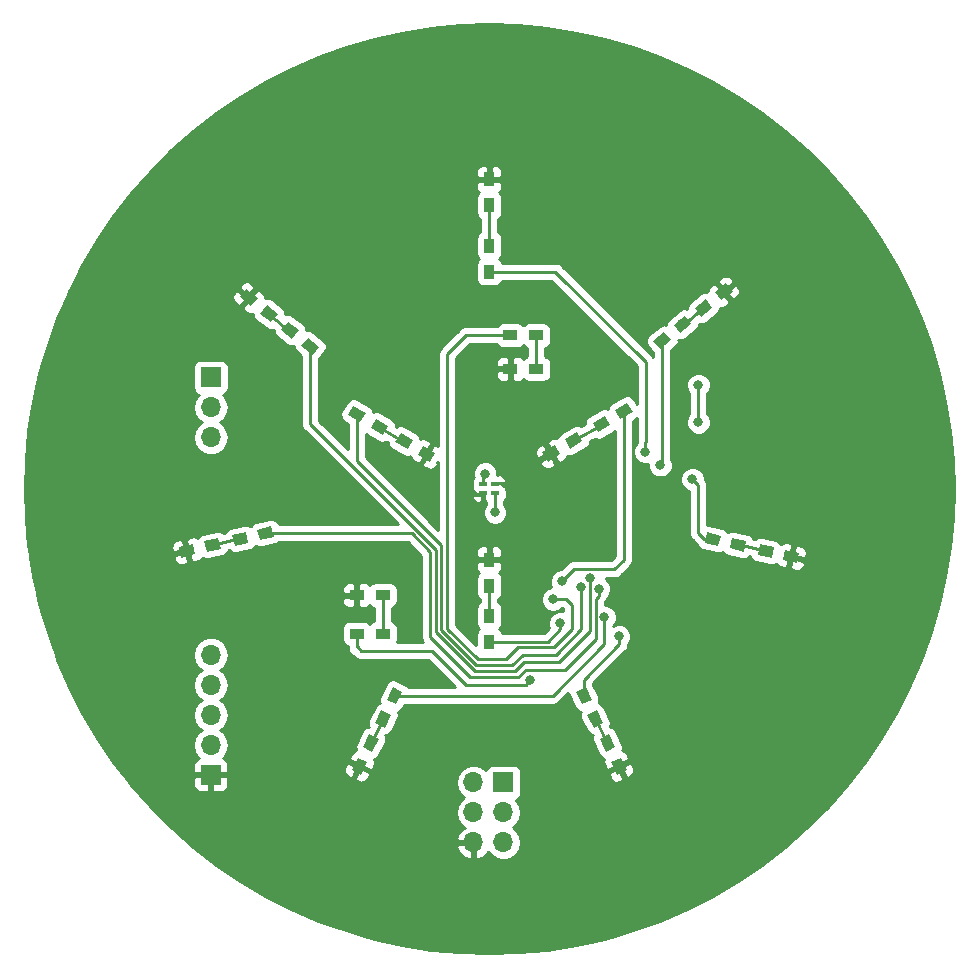
<source format=gbr>
G04 #@! TF.GenerationSoftware,KiCad,Pcbnew,(5.0.0)*
G04 #@! TF.CreationDate,2019-02-21T00:44:54+09:00*
G04 #@! TF.ProjectId,coaster,636F61737465722E6B696361645F7063,rev?*
G04 #@! TF.SameCoordinates,Original*
G04 #@! TF.FileFunction,Copper,L1,Top,Signal*
G04 #@! TF.FilePolarity,Positive*
%FSLAX46Y46*%
G04 Gerber Fmt 4.6, Leading zero omitted, Abs format (unit mm)*
G04 Created by KiCad (PCBNEW (5.0.0)) date 02/21/19 00:44:54*
%MOMM*%
%LPD*%
G01*
G04 APERTURE LIST*
G04 #@! TA.AperFunction,ComponentPad*
%ADD10O,1.700000X1.700000*%
G04 #@! TD*
G04 #@! TA.AperFunction,ComponentPad*
%ADD11R,1.700000X1.700000*%
G04 #@! TD*
G04 #@! TA.AperFunction,SMDPad,CuDef*
%ADD12R,0.900000X1.200000*%
G04 #@! TD*
G04 #@! TA.AperFunction,SMDPad,CuDef*
%ADD13C,0.900000*%
G04 #@! TD*
G04 #@! TA.AperFunction,Conductor*
%ADD14C,0.100000*%
G04 #@! TD*
G04 #@! TA.AperFunction,SMDPad,CuDef*
%ADD15R,1.200000X0.900000*%
G04 #@! TD*
G04 #@! TA.AperFunction,SMDPad,CuDef*
%ADD16R,0.650000X0.400000*%
G04 #@! TD*
G04 #@! TA.AperFunction,ViaPad*
%ADD17C,0.800000*%
G04 #@! TD*
G04 #@! TA.AperFunction,Conductor*
%ADD18C,0.250000*%
G04 #@! TD*
G04 #@! TA.AperFunction,Conductor*
%ADD19C,0.254000*%
G04 #@! TD*
G04 APERTURE END LIST*
D10*
G04 #@! TO.P,J2,3*
G04 #@! TO.N,+BATT*
X131445000Y-80645000D03*
G04 #@! TO.P,J2,2*
G04 #@! TO.N,Net-(BT1-Pad1)*
X131445000Y-78105000D03*
D11*
G04 #@! TO.P,J2,1*
X131445000Y-75565000D03*
G04 #@! TD*
G04 #@! TO.P,CN1,1*
G04 #@! TO.N,MISO*
X156210000Y-109855000D03*
D10*
G04 #@! TO.P,CN1,2*
G04 #@! TO.N,+BATT*
X153670000Y-109855000D03*
G04 #@! TO.P,CN1,3*
G04 #@! TO.N,SCK*
X156210000Y-112395000D03*
G04 #@! TO.P,CN1,4*
G04 #@! TO.N,MOSI*
X153670000Y-112395000D03*
G04 #@! TO.P,CN1,5*
G04 #@! TO.N,~RESET*
X156210000Y-114935000D03*
G04 #@! TO.P,CN1,6*
G04 #@! TO.N,GND*
X153670000Y-114935000D03*
G04 #@! TD*
D12*
G04 #@! TO.P,D2,1*
G04 #@! TO.N,GND*
X155000000Y-58800000D03*
G04 #@! TO.P,D2,2*
G04 #@! TO.N,Net-(D2-Pad2)*
X155000000Y-61000000D03*
G04 #@! TD*
D13*
G04 #@! TO.P,D4,2*
G04 #@! TO.N,Net-(D4-Pad2)*
X178427336Y-90256297D03*
D14*
G04 #@! TD*
G04 #@! TO.N,Net-(D4-Pad2)*
G04 #@! TO.C,D4*
G36*
X179112122Y-89950409D02*
X178912729Y-90828043D01*
X177742550Y-90562185D01*
X177941943Y-89684551D01*
X179112122Y-89950409D01*
X179112122Y-89950409D01*
G37*
D13*
G04 #@! TO.P,D4,1*
G04 #@! TO.N,GND*
X180572664Y-90743703D03*
D14*
G04 #@! TD*
G04 #@! TO.N,GND*
G04 #@! TO.C,D4*
G36*
X181257450Y-90437815D02*
X181058057Y-91315449D01*
X179887878Y-91049591D01*
X180087271Y-90171957D01*
X181257450Y-90437815D01*
X181257450Y-90437815D01*
G37*
D13*
G04 #@! TO.P,D7,2*
G04 #@! TO.N,Net-(D7-Pad2)*
X131571807Y-89752554D03*
D14*
G04 #@! TD*
G04 #@! TO.N,Net-(D7-Pad2)*
G04 #@! TO.C,D7*
G36*
X131088413Y-90325991D02*
X130885957Y-89449058D01*
X132055201Y-89179117D01*
X132257657Y-90056050D01*
X131088413Y-90325991D01*
X131088413Y-90325991D01*
G37*
D13*
G04 #@! TO.P,D7,1*
G04 #@! TO.N,GND*
X129428193Y-90247446D03*
D14*
G04 #@! TD*
G04 #@! TO.N,GND*
G04 #@! TO.C,D7*
G36*
X128944799Y-90820883D02*
X128742343Y-89943950D01*
X129911587Y-89674009D01*
X130114043Y-90550942D01*
X128944799Y-90820883D01*
X128944799Y-90820883D01*
G37*
D13*
G04 #@! TO.P,D8,1*
G04 #@! TO.N,GND*
X134640327Y-68813732D03*
D14*
G04 #@! TD*
G04 #@! TO.N,GND*
G04 #@! TO.C,D8*
G36*
X133890669Y-68791088D02*
X134452161Y-68087720D01*
X135389985Y-68836376D01*
X134828493Y-69539744D01*
X133890669Y-68791088D01*
X133890669Y-68791088D01*
G37*
D13*
G04 #@! TO.P,D8,2*
G04 #@! TO.N,Net-(D8-Pad2)*
X136359673Y-70186268D03*
D14*
G04 #@! TD*
G04 #@! TO.N,Net-(D8-Pad2)*
G04 #@! TO.C,D8*
G36*
X135610015Y-70163624D02*
X136171507Y-69460256D01*
X137109331Y-70208912D01*
X136547839Y-70912280D01*
X135610015Y-70163624D01*
X135610015Y-70163624D01*
G37*
D15*
G04 #@! TO.P,D12,1*
G04 #@! TO.N,GND*
X156800000Y-74850000D03*
G04 #@! TO.P,D12,2*
G04 #@! TO.N,Net-(D12-Pad2)*
X159000000Y-74850000D03*
G04 #@! TD*
G04 #@! TO.P,D13,1*
G04 #@! TO.N,GND*
X143800000Y-94000000D03*
G04 #@! TO.P,D13,2*
G04 #@! TO.N,Net-(D13-Pad2)*
X146000000Y-94000000D03*
G04 #@! TD*
D12*
G04 #@! TO.P,D10~~1,2*
G04 #@! TO.N,Net-(D10~~1-Pad2)*
X155000000Y-93200000D03*
G04 #@! TO.P,D10~~1,1*
G04 #@! TO.N,GND*
X155000000Y-91000000D03*
G04 #@! TD*
D13*
G04 #@! TO.P,D11~~1,2*
G04 #@! TO.N,Net-(D11~~1-Pad2)*
X162155256Y-80900000D03*
D14*
G04 #@! TD*
G04 #@! TO.N,Net-(D11~~1-Pad2)*
G04 #@! TO.C,D11~~1*
G36*
X161860641Y-81589711D02*
X161410641Y-80810289D01*
X162449871Y-80210289D01*
X162899871Y-80989711D01*
X161860641Y-81589711D01*
X161860641Y-81589711D01*
G37*
D13*
G04 #@! TO.P,D11~~1,1*
G04 #@! TO.N,GND*
X160250000Y-82000000D03*
D14*
G04 #@! TD*
G04 #@! TO.N,GND*
G04 #@! TO.C,D11~~1*
G36*
X159955385Y-82689711D02*
X159505385Y-81910289D01*
X160544615Y-81310289D01*
X160994615Y-82089711D01*
X159955385Y-82689711D01*
X159955385Y-82689711D01*
G37*
D13*
G04 #@! TO.P,D3~~1,2*
G04 #@! TO.N,Net-(D3~~1-Pad2)*
X173140327Y-69686268D03*
D14*
G04 #@! TD*
G04 #@! TO.N,Net-(D3~~1-Pad2)*
G04 #@! TO.C,D3~~1*
G36*
X173328493Y-68960256D02*
X173889985Y-69663624D01*
X172952161Y-70412280D01*
X172390669Y-69708912D01*
X173328493Y-68960256D01*
X173328493Y-68960256D01*
G37*
D13*
G04 #@! TO.P,D3~~1,1*
G04 #@! TO.N,GND*
X174859673Y-68313732D03*
D14*
G04 #@! TD*
G04 #@! TO.N,GND*
G04 #@! TO.C,D3~~1*
G36*
X175047839Y-67587720D02*
X175609331Y-68291088D01*
X174671507Y-69039744D01*
X174110015Y-68336376D01*
X175047839Y-67587720D01*
X175047839Y-67587720D01*
G37*
D13*
G04 #@! TO.P,D5~~1,1*
G04 #@! TO.N,GND*
X165982208Y-108488673D03*
D14*
G04 #@! TD*
G04 #@! TO.N,GND*
G04 #@! TO.C,D5~~1*
G36*
X166649688Y-108830682D02*
X165840773Y-109225216D01*
X165314728Y-108146664D01*
X166123643Y-107752130D01*
X166649688Y-108830682D01*
X166649688Y-108830682D01*
G37*
D13*
G04 #@! TO.P,D5~~1,2*
G04 #@! TO.N,Net-(D5~~1-Pad2)*
X165017792Y-106511327D03*
D14*
G04 #@! TD*
G04 #@! TO.N,Net-(D5~~1-Pad2)*
G04 #@! TO.C,D5~~1*
G36*
X165685272Y-106853336D02*
X164876357Y-107247870D01*
X164350312Y-106169318D01*
X165159227Y-105774784D01*
X165685272Y-106853336D01*
X165685272Y-106853336D01*
G37*
D13*
G04 #@! TO.P,D6~~1,2*
G04 #@! TO.N,Net-(D6~~1-Pad2)*
X144977025Y-106508815D03*
D14*
G04 #@! TD*
G04 #@! TO.N,Net-(D6~~1-Pad2)*
G04 #@! TO.C,D6~~1*
G36*
X145122314Y-107244608D02*
X144311345Y-106854315D01*
X144831736Y-105773022D01*
X145642705Y-106163315D01*
X145122314Y-107244608D01*
X145122314Y-107244608D01*
G37*
D13*
G04 #@! TO.P,D6~~1,1*
G04 #@! TO.N,GND*
X144022975Y-108491185D03*
D14*
G04 #@! TD*
G04 #@! TO.N,GND*
G04 #@! TO.C,D6~~1*
G36*
X144168264Y-109226978D02*
X143357295Y-108836685D01*
X143877686Y-107755392D01*
X144688655Y-108145685D01*
X144168264Y-109226978D01*
X144168264Y-109226978D01*
G37*
D13*
G04 #@! TO.P,D9~~1,1*
G04 #@! TO.N,GND*
X149702628Y-82050000D03*
D14*
G04 #@! TD*
G04 #@! TO.N,GND*
G04 #@! TO.C,D9~~1*
G36*
X150447243Y-81960289D02*
X149997243Y-82739711D01*
X148958013Y-82139711D01*
X149408013Y-81360289D01*
X150447243Y-81960289D01*
X150447243Y-81960289D01*
G37*
D13*
G04 #@! TO.P,D9~~1,2*
G04 #@! TO.N,Net-(D9~~1-Pad2)*
X147797372Y-80950000D03*
D14*
G04 #@! TD*
G04 #@! TO.N,Net-(D9~~1-Pad2)*
G04 #@! TO.C,D9~~1*
G36*
X148541987Y-80860289D02*
X148091987Y-81639711D01*
X147052757Y-81039711D01*
X147502757Y-80260289D01*
X148541987Y-80860289D01*
X148541987Y-80860289D01*
G37*
D11*
G04 #@! TO.P,J1,1*
G04 #@! TO.N,GND*
X131445000Y-109220000D03*
D10*
G04 #@! TO.P,J1,2*
G04 #@! TO.N,TX*
X131445000Y-106680000D03*
G04 #@! TO.P,J1,3*
G04 #@! TO.N,RX*
X131445000Y-104140000D03*
G04 #@! TO.P,J1,4*
G04 #@! TO.N,~RESET*
X131445000Y-101600000D03*
G04 #@! TO.P,J1,5*
G04 #@! TO.N,+BATT*
X131445000Y-99060000D03*
G04 #@! TD*
D12*
G04 #@! TO.P,R2,2*
G04 #@! TO.N,Net-(D2-Pad2)*
X155000000Y-64400000D03*
G04 #@! TO.P,R2,1*
G04 #@! TO.N,Net-(R2-Pad1)*
X155000000Y-66600000D03*
G04 #@! TD*
D13*
G04 #@! TO.P,R3,1*
G04 #@! TO.N,Net-(R3-Pad1)*
X169640327Y-72436268D03*
D14*
G04 #@! TD*
G04 #@! TO.N,Net-(R3-Pad1)*
G04 #@! TO.C,R3*
G36*
X169452161Y-73162280D02*
X168890669Y-72458912D01*
X169828493Y-71710256D01*
X170389985Y-72413624D01*
X169452161Y-73162280D01*
X169452161Y-73162280D01*
G37*
D13*
G04 #@! TO.P,R3,2*
G04 #@! TO.N,Net-(D3~~1-Pad2)*
X171359673Y-71063732D03*
D14*
G04 #@! TD*
G04 #@! TO.N,Net-(D3~~1-Pad2)*
G04 #@! TO.C,R3*
G36*
X171171507Y-71789744D02*
X170610015Y-71086376D01*
X171547839Y-70337720D01*
X172109331Y-71041088D01*
X171171507Y-71789744D01*
X171171507Y-71789744D01*
G37*
D13*
G04 #@! TO.P,R4,2*
G04 #@! TO.N,Net-(D4-Pad2)*
X176072664Y-89743703D03*
D14*
G04 #@! TD*
G04 #@! TO.N,Net-(D4-Pad2)*
G04 #@! TO.C,R4*
G36*
X175387878Y-90049591D02*
X175587271Y-89171957D01*
X176757450Y-89437815D01*
X176558057Y-90315449D01*
X175387878Y-90049591D01*
X175387878Y-90049591D01*
G37*
D13*
G04 #@! TO.P,R4,1*
G04 #@! TO.N,Net-(R4-Pad1)*
X173927336Y-89256297D03*
D14*
G04 #@! TD*
G04 #@! TO.N,Net-(R4-Pad1)*
G04 #@! TO.C,R4*
G36*
X173242550Y-89562185D02*
X173441943Y-88684551D01*
X174612122Y-88950409D01*
X174412729Y-89828043D01*
X173242550Y-89562185D01*
X173242550Y-89562185D01*
G37*
D13*
G04 #@! TO.P,R5,1*
G04 #@! TO.N,Net-(R5-Pad1)*
X163017792Y-102511327D03*
D14*
G04 #@! TD*
G04 #@! TO.N,Net-(R5-Pad1)*
G04 #@! TO.C,R5*
G36*
X162350312Y-102169318D02*
X163159227Y-101774784D01*
X163685272Y-102853336D01*
X162876357Y-103247870D01*
X162350312Y-102169318D01*
X162350312Y-102169318D01*
G37*
D13*
G04 #@! TO.P,R5,2*
G04 #@! TO.N,Net-(D5~~1-Pad2)*
X163982208Y-104488673D03*
D14*
G04 #@! TD*
G04 #@! TO.N,Net-(D5~~1-Pad2)*
G04 #@! TO.C,R5*
G36*
X163314728Y-104146664D02*
X164123643Y-103752130D01*
X164649688Y-104830682D01*
X163840773Y-105225216D01*
X163314728Y-104146664D01*
X163314728Y-104146664D01*
G37*
D13*
G04 #@! TO.P,R6,2*
G04 #@! TO.N,Net-(D6~~1-Pad2)*
X146022975Y-104491185D03*
D14*
G04 #@! TD*
G04 #@! TO.N,Net-(D6~~1-Pad2)*
G04 #@! TO.C,R6*
G36*
X145877686Y-103755392D02*
X146688655Y-104145685D01*
X146168264Y-105226978D01*
X145357295Y-104836685D01*
X145877686Y-103755392D01*
X145877686Y-103755392D01*
G37*
D13*
G04 #@! TO.P,R6,1*
G04 #@! TO.N,Net-(R6-Pad1)*
X146977025Y-102508815D03*
D14*
G04 #@! TD*
G04 #@! TO.N,Net-(R6-Pad1)*
G04 #@! TO.C,R6*
G36*
X146831736Y-101773022D02*
X147642705Y-102163315D01*
X147122314Y-103244608D01*
X146311345Y-102854315D01*
X146831736Y-101773022D01*
X146831736Y-101773022D01*
G37*
D13*
G04 #@! TO.P,R7,2*
G04 #@! TO.N,Net-(D7-Pad2)*
X133928193Y-89247446D03*
D14*
G04 #@! TD*
G04 #@! TO.N,Net-(D7-Pad2)*
G04 #@! TO.C,R7*
G36*
X134411587Y-88674009D02*
X134614043Y-89550942D01*
X133444799Y-89820883D01*
X133242343Y-88943950D01*
X134411587Y-88674009D01*
X134411587Y-88674009D01*
G37*
D13*
G04 #@! TO.P,R7,1*
G04 #@! TO.N,Net-(R7-Pad1)*
X136071807Y-88752554D03*
D14*
G04 #@! TD*
G04 #@! TO.N,Net-(R7-Pad1)*
G04 #@! TO.C,R7*
G36*
X136555201Y-88179117D02*
X136757657Y-89056050D01*
X135588413Y-89325991D01*
X135385957Y-88449058D01*
X136555201Y-88179117D01*
X136555201Y-88179117D01*
G37*
D13*
G04 #@! TO.P,R8,1*
G04 #@! TO.N,Net-(R8-Pad1)*
X139859673Y-72936268D03*
D14*
G04 #@! TD*
G04 #@! TO.N,Net-(R8-Pad1)*
G04 #@! TO.C,R8*
G36*
X140609331Y-72958912D02*
X140047839Y-73662280D01*
X139110015Y-72913624D01*
X139671507Y-72210256D01*
X140609331Y-72958912D01*
X140609331Y-72958912D01*
G37*
D13*
G04 #@! TO.P,R8,2*
G04 #@! TO.N,Net-(D8-Pad2)*
X138140327Y-71563732D03*
D14*
G04 #@! TD*
G04 #@! TO.N,Net-(D8-Pad2)*
G04 #@! TO.C,R8*
G36*
X138889985Y-71586376D02*
X138328493Y-72289744D01*
X137390669Y-71541088D01*
X137952161Y-70837720D01*
X138889985Y-71586376D01*
X138889985Y-71586376D01*
G37*
D13*
G04 #@! TO.P,R9,1*
G04 #@! TO.N,Net-(R9-Pad1)*
X143797372Y-78650000D03*
D14*
G04 #@! TD*
G04 #@! TO.N,Net-(R9-Pad1)*
G04 #@! TO.C,R9*
G36*
X143052757Y-78739711D02*
X143502757Y-77960289D01*
X144541987Y-78560289D01*
X144091987Y-79339711D01*
X143052757Y-78739711D01*
X143052757Y-78739711D01*
G37*
D13*
G04 #@! TO.P,R9,2*
G04 #@! TO.N,Net-(D9~~1-Pad2)*
X145702628Y-79750000D03*
D14*
G04 #@! TD*
G04 #@! TO.N,Net-(D9~~1-Pad2)*
G04 #@! TO.C,R9*
G36*
X144958013Y-79839711D02*
X145408013Y-79060289D01*
X146447243Y-79660289D01*
X145997243Y-80439711D01*
X144958013Y-79839711D01*
X144958013Y-79839711D01*
G37*
D12*
G04 #@! TO.P,R10,2*
G04 #@! TO.N,Net-(D10~~1-Pad2)*
X155000000Y-95750000D03*
G04 #@! TO.P,R10,1*
G04 #@! TO.N,Net-(R10-Pad1)*
X155000000Y-97950000D03*
G04 #@! TD*
D13*
G04 #@! TO.P,R11,2*
G04 #@! TO.N,Net-(D11~~1-Pad2)*
X164500000Y-79500000D03*
D14*
G04 #@! TD*
G04 #@! TO.N,Net-(D11~~1-Pad2)*
G04 #@! TO.C,R11*
G36*
X164794615Y-78810289D02*
X165244615Y-79589711D01*
X164205385Y-80189711D01*
X163755385Y-79410289D01*
X164794615Y-78810289D01*
X164794615Y-78810289D01*
G37*
D13*
G04 #@! TO.P,R11,1*
G04 #@! TO.N,MOSI*
X166405256Y-78400000D03*
D14*
G04 #@! TD*
G04 #@! TO.N,MOSI*
G04 #@! TO.C,R11*
G36*
X166699871Y-77710289D02*
X167149871Y-78489711D01*
X166110641Y-79089711D01*
X165660641Y-78310289D01*
X166699871Y-77710289D01*
X166699871Y-77710289D01*
G37*
D15*
G04 #@! TO.P,R12,1*
G04 #@! TO.N,MISO*
X156800000Y-72000000D03*
G04 #@! TO.P,R12,2*
G04 #@! TO.N,Net-(D12-Pad2)*
X159000000Y-72000000D03*
G04 #@! TD*
G04 #@! TO.P,R13,1*
G04 #@! TO.N,SCK*
X143800000Y-97250000D03*
G04 #@! TO.P,R13,2*
G04 #@! TO.N,Net-(D13-Pad2)*
X146000000Y-97250000D03*
G04 #@! TD*
D16*
G04 #@! TO.P,U2,4*
G04 #@! TO.N,Net-(R16-Pad2)*
X154500000Y-84620000D03*
G04 #@! TO.P,U2,3*
G04 #@! TO.N,GND*
X154500000Y-85380000D03*
G04 #@! TO.P,U2,2*
X155500000Y-84620000D03*
G04 #@! TO.P,U2,1*
G04 #@! TO.N,Net-(R14-Pad2)*
X155500000Y-85380000D03*
G04 #@! TD*
D17*
G04 #@! TO.N,GND*
X168910000Y-107315000D03*
X169545000Y-85090000D03*
X169545000Y-86360000D03*
X156972000Y-85725000D03*
X156972000Y-92329000D03*
G04 #@! TO.N,MISO*
X160401000Y-94361000D03*
G04 #@! TO.N,SCK*
X158493992Y-101184345D03*
G04 #@! TO.N,MOSI*
X161163000Y-92837000D03*
G04 #@! TO.N,~RESET*
X172720000Y-76200000D03*
X172720000Y-79375000D03*
G04 #@! TO.N,Net-(R2-Pad1)*
X168211500Y-81851500D03*
G04 #@! TO.N,Net-(R3-Pad1)*
X169500000Y-83000000D03*
G04 #@! TO.N,Net-(R4-Pad1)*
X172212000Y-84201000D03*
G04 #@! TO.N,Net-(R5-Pad1)*
X166000000Y-97500000D03*
G04 #@! TO.N,Net-(R6-Pad1)*
X164751021Y-95885000D03*
G04 #@! TO.N,Net-(R7-Pad1)*
X164301010Y-93472000D03*
G04 #@! TO.N,Net-(R8-Pad1)*
X163576000Y-92583000D03*
G04 #@! TO.N,Net-(R9-Pad1)*
X162814000Y-93345000D03*
G04 #@! TO.N,Net-(R10-Pad1)*
X161036000Y-96393000D03*
G04 #@! TO.N,Net-(R16-Pad2)*
X154669836Y-83705154D03*
G04 #@! TO.N,Net-(R14-Pad2)*
X155500000Y-87000000D03*
G04 #@! TD*
D18*
G04 #@! TO.N,MISO*
X156650000Y-72000000D02*
X156800000Y-72000000D01*
X156641000Y-72009000D02*
X156650000Y-72000000D01*
X153035000Y-72009000D02*
X156641000Y-72009000D01*
X151448205Y-73595795D02*
X153035000Y-72009000D01*
X151448205Y-96836795D02*
X151448205Y-73595795D01*
X154052410Y-99441000D02*
X151448205Y-96836795D01*
X161544000Y-94361000D02*
X162052000Y-94869000D01*
X160401000Y-94361000D02*
X161544000Y-94361000D01*
X162052000Y-94869000D02*
X162052000Y-96901000D01*
X156464000Y-99441000D02*
X154052410Y-99441000D01*
X162052000Y-96901000D02*
X160528000Y-98425000D01*
X160528000Y-98425000D02*
X157480000Y-98425000D01*
X157480000Y-98425000D02*
X156464000Y-99441000D01*
G04 #@! TO.N,SCK*
X158078337Y-101600000D02*
X158493992Y-101184345D01*
X143800000Y-98425000D02*
X143855000Y-98425000D01*
X143800000Y-97250000D02*
X143800000Y-98425000D01*
X143855000Y-98425000D02*
X144145000Y-98715000D01*
X144145000Y-98715000D02*
X150150000Y-98715000D01*
X150150000Y-98715000D02*
X153035000Y-101600000D01*
X153035000Y-101600000D02*
X158078337Y-101600000D01*
G04 #@! TO.N,MOSI*
X162179000Y-91821000D02*
X161163000Y-92837000D01*
X165608000Y-91821000D02*
X162179000Y-91821000D01*
X166405256Y-78400000D02*
X166405256Y-91023744D01*
X166405256Y-91023744D02*
X165608000Y-91821000D01*
G04 #@! TO.N,~RESET*
X172720000Y-79375000D02*
X172720000Y-76200000D01*
G04 #@! TO.N,Net-(D2-Pad2)*
X155000000Y-61850000D02*
X155000000Y-64400000D01*
X155000000Y-61000000D02*
X155000000Y-61850000D01*
G04 #@! TO.N,Net-(D4-Pad2)*
X178427336Y-90256297D02*
X176100000Y-89700000D01*
G04 #@! TO.N,Net-(D7-Pad2)*
X131571807Y-89752554D02*
X133900000Y-89200000D01*
G04 #@! TO.N,Net-(D8-Pad2)*
X136359673Y-70186268D02*
X138100000Y-71700000D01*
G04 #@! TO.N,Net-(D12-Pad2)*
X159000000Y-74850000D02*
X158850000Y-75000000D01*
X159000000Y-72000000D02*
X159000000Y-74850000D01*
G04 #@! TO.N,Net-(D13-Pad2)*
X146000000Y-94700000D02*
X146000000Y-97250000D01*
X146000000Y-94000000D02*
X146000000Y-94700000D01*
G04 #@! TO.N,Net-(D10~~1-Pad2)*
X155000000Y-93200000D02*
X155000000Y-95750000D01*
G04 #@! TO.N,Net-(D11~~1-Pad2)*
X162155256Y-80900000D02*
X164600000Y-79500000D01*
G04 #@! TO.N,Net-(D3~~1-Pad2)*
X173140327Y-69686268D02*
X171400000Y-71100000D01*
G04 #@! TO.N,Net-(D5~~1-Pad2)*
X165017792Y-106511327D02*
X164000000Y-104400000D01*
G04 #@! TO.N,Net-(D6~~1-Pad2)*
X144977025Y-106508815D02*
X146000000Y-104500000D01*
G04 #@! TO.N,Net-(D9~~1-Pad2)*
X145702628Y-79750000D02*
X147800000Y-81000000D01*
G04 #@! TO.N,Net-(R2-Pad1)*
X168211500Y-81851500D02*
X168275000Y-80169325D01*
X168275000Y-80169325D02*
X168275000Y-74295000D01*
X168275000Y-74295000D02*
X160580000Y-66600000D01*
X160580000Y-66600000D02*
X155000000Y-66600000D01*
G04 #@! TO.N,Net-(R3-Pad1)*
X169640327Y-72436268D02*
X169640327Y-82859673D01*
X169640327Y-82859673D02*
X169500000Y-83000000D01*
G04 #@! TO.N,Net-(R4-Pad1)*
X173927336Y-89256297D02*
X173203297Y-89256297D01*
X173203297Y-89256297D02*
X172720000Y-88773000D01*
X172720000Y-88773000D02*
X172720000Y-84709000D01*
X172720000Y-84709000D02*
X172212000Y-84201000D01*
G04 #@! TO.N,Net-(R5-Pad1)*
X166000000Y-97500000D02*
X166000000Y-98160000D01*
X163017792Y-101142208D02*
X163017792Y-102511327D01*
X166000000Y-98160000D02*
X163017792Y-101142208D01*
G04 #@! TO.N,Net-(R6-Pad1)*
X164751021Y-98138979D02*
X164751021Y-95885000D01*
X160381185Y-102508815D02*
X164751021Y-98138979D01*
X146977025Y-102508815D02*
X160381185Y-102508815D01*
G04 #@! TO.N,Net-(R7-Pad1)*
X161417000Y-100330000D02*
X164026011Y-97720989D01*
X158115000Y-100330000D02*
X161417000Y-100330000D01*
X164026011Y-97720989D02*
X164026011Y-94312684D01*
X148442554Y-88752554D02*
X150027176Y-90337176D01*
X136071807Y-88752554D02*
X148442554Y-88752554D01*
X150027176Y-90337176D02*
X150027176Y-97576176D01*
X150027176Y-97576176D02*
X153416000Y-100965000D01*
X164301010Y-94037685D02*
X164301010Y-93472000D01*
X164026011Y-94312684D02*
X164301010Y-94037685D01*
X153416000Y-100965000D02*
X157480000Y-100965000D01*
X157480000Y-100965000D02*
X158115000Y-100330000D01*
G04 #@! TO.N,Net-(R8-Pad1)*
X150495000Y-90168589D02*
X139859673Y-79533262D01*
X150495000Y-97156411D02*
X150495000Y-90168589D01*
X163576000Y-92583000D02*
X163576000Y-97028000D01*
X160909000Y-99695000D02*
X157988000Y-99695000D01*
X157988000Y-99695000D02*
X157226000Y-100457000D01*
X163576000Y-97028000D02*
X160909000Y-99695000D01*
X157226000Y-100457000D02*
X153795589Y-100457000D01*
X139859673Y-79533262D02*
X139859673Y-72936268D01*
X153795589Y-100457000D02*
X150495000Y-97156411D01*
G04 #@! TO.N,Net-(R9-Pad1)*
X160655000Y-99060000D02*
X162814000Y-96901000D01*
X157861000Y-99060000D02*
X160655000Y-99060000D01*
X143797372Y-78650000D02*
X143797372Y-82641361D01*
X143797372Y-82641361D02*
X150945011Y-89789000D01*
X150945011Y-89789000D02*
X150945011Y-96970011D01*
X150945011Y-96970011D02*
X153924000Y-99949000D01*
X153924000Y-99949000D02*
X156972000Y-99949000D01*
X162814000Y-96901000D02*
X162814000Y-93345000D01*
X156972000Y-99949000D02*
X157861000Y-99060000D01*
G04 #@! TO.N,Net-(R10-Pad1)*
X161036000Y-96901000D02*
X161036000Y-96393000D01*
X155000000Y-97950000D02*
X159987000Y-97950000D01*
X159987000Y-97950000D02*
X161036000Y-96901000D01*
G04 #@! TO.N,Net-(R16-Pad2)*
X154500000Y-83874990D02*
X154669836Y-83705154D01*
X154500000Y-84620000D02*
X154500000Y-83874990D01*
G04 #@! TO.N,Net-(R14-Pad2)*
X155500000Y-87000000D02*
X155500000Y-85380000D01*
G04 #@! TD*
D19*
G04 #@! TO.N,GND*
G36*
X157468609Y-45762579D02*
X159927476Y-45995011D01*
X162366896Y-46381377D01*
X164777243Y-46920153D01*
X167149003Y-47609213D01*
X169472817Y-48445837D01*
X171739513Y-49426724D01*
X173940146Y-50548003D01*
X176066030Y-51805248D01*
X178108777Y-53193497D01*
X180060324Y-54707272D01*
X181912969Y-56340598D01*
X183659402Y-58087031D01*
X185292728Y-59939676D01*
X186806503Y-61891223D01*
X188194752Y-63933970D01*
X189451997Y-66059854D01*
X190573276Y-68260487D01*
X191554163Y-70527183D01*
X192390787Y-72850997D01*
X193079847Y-75222757D01*
X193618623Y-77633104D01*
X194004989Y-80072524D01*
X194237421Y-82531391D01*
X194315000Y-85000000D01*
X194237421Y-87468609D01*
X194004989Y-89927476D01*
X193618623Y-92366896D01*
X193079847Y-94777243D01*
X192390787Y-97149003D01*
X191554163Y-99472817D01*
X190573276Y-101739513D01*
X189451997Y-103940146D01*
X188194752Y-106066030D01*
X186806503Y-108108777D01*
X185292728Y-110060324D01*
X183659402Y-111912969D01*
X181912969Y-113659402D01*
X180060324Y-115292728D01*
X178108777Y-116806503D01*
X176066030Y-118194752D01*
X173940146Y-119451997D01*
X171739513Y-120573276D01*
X169472817Y-121554163D01*
X167149003Y-122390787D01*
X164777243Y-123079847D01*
X162366896Y-123618623D01*
X159927476Y-124004989D01*
X157468609Y-124237421D01*
X155000000Y-124315000D01*
X152531391Y-124237421D01*
X150072524Y-124004989D01*
X147633104Y-123618623D01*
X145222757Y-123079847D01*
X142850997Y-122390787D01*
X140527183Y-121554163D01*
X138260487Y-120573276D01*
X136059854Y-119451997D01*
X133933970Y-118194752D01*
X131891223Y-116806503D01*
X129939676Y-115292728D01*
X129938726Y-115291890D01*
X152228524Y-115291890D01*
X152398355Y-115701924D01*
X152788642Y-116130183D01*
X153313108Y-116376486D01*
X153543000Y-116255819D01*
X153543000Y-115062000D01*
X152349845Y-115062000D01*
X152228524Y-115291890D01*
X129938726Y-115291890D01*
X128087031Y-113659402D01*
X126340598Y-111912969D01*
X124707272Y-110060324D01*
X124277101Y-109505750D01*
X129960000Y-109505750D01*
X129960000Y-110196310D01*
X130056673Y-110429699D01*
X130235302Y-110608327D01*
X130468691Y-110705000D01*
X131159250Y-110705000D01*
X131318000Y-110546250D01*
X131318000Y-109347000D01*
X131572000Y-109347000D01*
X131572000Y-110546250D01*
X131730750Y-110705000D01*
X132421309Y-110705000D01*
X132654698Y-110608327D01*
X132833327Y-110429699D01*
X132930000Y-110196310D01*
X132930000Y-109516044D01*
X143670686Y-109516044D01*
X143744889Y-109727933D01*
X143779077Y-109744387D01*
X144006706Y-109853937D01*
X144258930Y-109868039D01*
X144296163Y-109855000D01*
X152155908Y-109855000D01*
X152271161Y-110434418D01*
X152599375Y-110925625D01*
X152897761Y-111125000D01*
X152599375Y-111324375D01*
X152271161Y-111815582D01*
X152155908Y-112395000D01*
X152271161Y-112974418D01*
X152599375Y-113465625D01*
X152918478Y-113678843D01*
X152788642Y-113739817D01*
X152398355Y-114168076D01*
X152228524Y-114578110D01*
X152349845Y-114808000D01*
X153543000Y-114808000D01*
X153543000Y-114788000D01*
X153797000Y-114788000D01*
X153797000Y-114808000D01*
X153817000Y-114808000D01*
X153817000Y-115062000D01*
X153797000Y-115062000D01*
X153797000Y-116255819D01*
X154026892Y-116376486D01*
X154551358Y-116130183D01*
X154938647Y-115705214D01*
X155139375Y-116005625D01*
X155630582Y-116333839D01*
X156063744Y-116420000D01*
X156356256Y-116420000D01*
X156789418Y-116333839D01*
X157280625Y-116005625D01*
X157608839Y-115514418D01*
X157724092Y-114935000D01*
X157608839Y-114355582D01*
X157280625Y-113864375D01*
X156982239Y-113665000D01*
X157280625Y-113465625D01*
X157608839Y-112974418D01*
X157724092Y-112395000D01*
X157608839Y-111815582D01*
X157280625Y-111324375D01*
X157262381Y-111312184D01*
X157307765Y-111303157D01*
X157517809Y-111162809D01*
X157658157Y-110952765D01*
X157707440Y-110705000D01*
X157707440Y-109221136D01*
X165132281Y-109221136D01*
X165325409Y-109617108D01*
X165514609Y-109784498D01*
X165753465Y-109866743D01*
X166005612Y-109851321D01*
X166232665Y-109740580D01*
X166266766Y-109723948D01*
X166339858Y-109511673D01*
X165923734Y-108658493D01*
X165205373Y-109008861D01*
X165132281Y-109221136D01*
X157707440Y-109221136D01*
X157707440Y-109005000D01*
X157658157Y-108757235D01*
X157517809Y-108547191D01*
X157307765Y-108406843D01*
X157060000Y-108357560D01*
X155360000Y-108357560D01*
X155112235Y-108406843D01*
X154902191Y-108547191D01*
X154761843Y-108757235D01*
X154752816Y-108802619D01*
X154740625Y-108784375D01*
X154249418Y-108456161D01*
X153816256Y-108370000D01*
X153523744Y-108370000D01*
X153090582Y-108456161D01*
X152599375Y-108784375D01*
X152271161Y-109275582D01*
X152155908Y-109855000D01*
X144296163Y-109855000D01*
X144497352Y-109784544D01*
X144685673Y-109616165D01*
X144876725Y-109219188D01*
X144802523Y-109007299D01*
X144082337Y-108660696D01*
X143670686Y-109516044D01*
X132930000Y-109516044D01*
X132930000Y-109505750D01*
X132771250Y-109347000D01*
X131572000Y-109347000D01*
X131318000Y-109347000D01*
X130118750Y-109347000D01*
X129960000Y-109505750D01*
X124277101Y-109505750D01*
X123193497Y-108108777D01*
X121805248Y-106066030D01*
X120548003Y-103940146D01*
X119426724Y-101739513D01*
X118445837Y-99472817D01*
X118297214Y-99060000D01*
X129930908Y-99060000D01*
X130046161Y-99639418D01*
X130374375Y-100130625D01*
X130672761Y-100330000D01*
X130374375Y-100529375D01*
X130046161Y-101020582D01*
X129930908Y-101600000D01*
X130046161Y-102179418D01*
X130374375Y-102670625D01*
X130672761Y-102870000D01*
X130374375Y-103069375D01*
X130046161Y-103560582D01*
X129930908Y-104140000D01*
X130046161Y-104719418D01*
X130374375Y-105210625D01*
X130672761Y-105410000D01*
X130374375Y-105609375D01*
X130046161Y-106100582D01*
X129930908Y-106680000D01*
X130046161Y-107259418D01*
X130374375Y-107750625D01*
X130396033Y-107765096D01*
X130235302Y-107831673D01*
X130056673Y-108010301D01*
X129960000Y-108243690D01*
X129960000Y-108934250D01*
X130118750Y-109093000D01*
X131318000Y-109093000D01*
X131318000Y-109073000D01*
X131572000Y-109073000D01*
X131572000Y-109093000D01*
X132771250Y-109093000D01*
X132930000Y-108934250D01*
X132930000Y-108927350D01*
X142716234Y-108927350D01*
X142799728Y-109165772D01*
X142968106Y-109354093D01*
X143195736Y-109463644D01*
X143229923Y-109480097D01*
X143441813Y-109405894D01*
X143853464Y-108550547D01*
X143133278Y-108203945D01*
X142921388Y-108278148D01*
X142730336Y-108675125D01*
X142716234Y-108927350D01*
X132930000Y-108927350D01*
X132930000Y-108243690D01*
X132833327Y-108010301D01*
X132654698Y-107831673D01*
X132493967Y-107765096D01*
X132515625Y-107750625D01*
X132843839Y-107259418D01*
X132959092Y-106680000D01*
X132843839Y-106100582D01*
X132515625Y-105609375D01*
X132217239Y-105410000D01*
X132515625Y-105210625D01*
X132843839Y-104719418D01*
X132959092Y-104140000D01*
X132843839Y-103560582D01*
X132515625Y-103069375D01*
X132217239Y-102870000D01*
X132515625Y-102670625D01*
X132843839Y-102179418D01*
X132959092Y-101600000D01*
X132843839Y-101020582D01*
X132515625Y-100529375D01*
X132217239Y-100330000D01*
X132515625Y-100130625D01*
X132843839Y-99639418D01*
X132959092Y-99060000D01*
X132843839Y-98480582D01*
X132515625Y-97989375D01*
X132024418Y-97661161D01*
X131591256Y-97575000D01*
X131298744Y-97575000D01*
X130865582Y-97661161D01*
X130374375Y-97989375D01*
X130046161Y-98480582D01*
X129930908Y-99060000D01*
X118297214Y-99060000D01*
X117609213Y-97149003D01*
X116920153Y-94777243D01*
X116810292Y-94285750D01*
X142565000Y-94285750D01*
X142565000Y-94576310D01*
X142661673Y-94809699D01*
X142840302Y-94988327D01*
X143073691Y-95085000D01*
X143514250Y-95085000D01*
X143673000Y-94926250D01*
X143673000Y-94127000D01*
X142723750Y-94127000D01*
X142565000Y-94285750D01*
X116810292Y-94285750D01*
X116617599Y-93423690D01*
X142565000Y-93423690D01*
X142565000Y-93714250D01*
X142723750Y-93873000D01*
X143673000Y-93873000D01*
X143673000Y-93073750D01*
X143514250Y-92915000D01*
X143073691Y-92915000D01*
X142840302Y-93011673D01*
X142661673Y-93190301D01*
X142565000Y-93423690D01*
X116617599Y-93423690D01*
X116381377Y-92366896D01*
X116133790Y-90803687D01*
X128289126Y-90803687D01*
X128297661Y-90840655D01*
X128354488Y-91086800D01*
X128501184Y-91292460D01*
X128715417Y-91426327D01*
X128964571Y-91468021D01*
X129393839Y-91368917D01*
X129512809Y-91178525D01*
X129333017Y-90399760D01*
X128408096Y-90613295D01*
X128289126Y-90803687D01*
X116133790Y-90803687D01*
X116000752Y-89963721D01*
X128095204Y-89963721D01*
X128152031Y-90209866D01*
X128160566Y-90246834D01*
X128350958Y-90365805D01*
X129275879Y-90152270D01*
X129096087Y-89373505D01*
X129004648Y-89316367D01*
X129343577Y-89316367D01*
X129523369Y-90095132D01*
X129542856Y-90090633D01*
X129599995Y-90338123D01*
X129580507Y-90342622D01*
X129760299Y-91121387D01*
X129950691Y-91240358D01*
X130379959Y-91141254D01*
X130585619Y-90994557D01*
X130691773Y-90824677D01*
X130745322Y-90875051D01*
X130981554Y-90964552D01*
X131234055Y-90956837D01*
X132403299Y-90686896D01*
X132633627Y-90583141D01*
X132806717Y-90399141D01*
X132872725Y-90224915D01*
X132932467Y-90210737D01*
X133101708Y-90369943D01*
X133337940Y-90459444D01*
X133590441Y-90451729D01*
X134759685Y-90181788D01*
X134990013Y-90078033D01*
X135163103Y-89894033D01*
X135190009Y-89823017D01*
X135245322Y-89875051D01*
X135481554Y-89964552D01*
X135734055Y-89956837D01*
X136903299Y-89686896D01*
X137133627Y-89583141D01*
X137200029Y-89512554D01*
X148127753Y-89512554D01*
X149267176Y-90651978D01*
X149267177Y-97501324D01*
X149252288Y-97576176D01*
X149267177Y-97651028D01*
X149297384Y-97802889D01*
X149311273Y-97872713D01*
X149366255Y-97955000D01*
X147193323Y-97955000D01*
X147198157Y-97947765D01*
X147247440Y-97700000D01*
X147247440Y-96800000D01*
X147198157Y-96552235D01*
X147057809Y-96342191D01*
X146847765Y-96201843D01*
X146760000Y-96184386D01*
X146760000Y-95065614D01*
X146847765Y-95048157D01*
X147057809Y-94907809D01*
X147198157Y-94697765D01*
X147247440Y-94450000D01*
X147247440Y-93550000D01*
X147198157Y-93302235D01*
X147057809Y-93092191D01*
X146847765Y-92951843D01*
X146600000Y-92902560D01*
X145400000Y-92902560D01*
X145152235Y-92951843D01*
X144942191Y-93092191D01*
X144901346Y-93153320D01*
X144759698Y-93011673D01*
X144526309Y-92915000D01*
X144085750Y-92915000D01*
X143927000Y-93073750D01*
X143927000Y-93873000D01*
X143947000Y-93873000D01*
X143947000Y-94127000D01*
X143927000Y-94127000D01*
X143927000Y-94926250D01*
X144085750Y-95085000D01*
X144526309Y-95085000D01*
X144759698Y-94988327D01*
X144901346Y-94846680D01*
X144942191Y-94907809D01*
X145152235Y-95048157D01*
X145240000Y-95065614D01*
X145240001Y-96184386D01*
X145152235Y-96201843D01*
X144942191Y-96342191D01*
X144900000Y-96405334D01*
X144857809Y-96342191D01*
X144647765Y-96201843D01*
X144400000Y-96152560D01*
X143200000Y-96152560D01*
X142952235Y-96201843D01*
X142742191Y-96342191D01*
X142601843Y-96552235D01*
X142552560Y-96800000D01*
X142552560Y-97700000D01*
X142601843Y-97947765D01*
X142742191Y-98157809D01*
X142952235Y-98298157D01*
X143040001Y-98315615D01*
X143040001Y-98350144D01*
X143025111Y-98425000D01*
X143084096Y-98721537D01*
X143252071Y-98972929D01*
X143481282Y-99126083D01*
X143554669Y-99199470D01*
X143597071Y-99262929D01*
X143848463Y-99430904D01*
X144070148Y-99475000D01*
X144070153Y-99475000D01*
X144145000Y-99489888D01*
X144219847Y-99475000D01*
X149835199Y-99475000D01*
X152109013Y-101748815D01*
X148135413Y-101748815D01*
X148125356Y-101731775D01*
X147923473Y-101579922D01*
X147112504Y-101189629D01*
X146867877Y-101126592D01*
X146617748Y-101161968D01*
X146400196Y-101290371D01*
X146248343Y-101492254D01*
X145727952Y-102573547D01*
X145664915Y-102818174D01*
X145700291Y-103068303D01*
X145738891Y-103133703D01*
X145663698Y-103144338D01*
X145446146Y-103272741D01*
X145294293Y-103474624D01*
X144773902Y-104555917D01*
X144710865Y-104800544D01*
X144746241Y-105050673D01*
X144796969Y-105136621D01*
X144617748Y-105161968D01*
X144400196Y-105290371D01*
X144248343Y-105492254D01*
X143727952Y-106573547D01*
X143664915Y-106818174D01*
X143700291Y-107068303D01*
X143737660Y-107131617D01*
X143548598Y-107197826D01*
X143360277Y-107366205D01*
X143169225Y-107763182D01*
X143243427Y-107975071D01*
X143963613Y-108321674D01*
X143972286Y-108303652D01*
X144201159Y-108413801D01*
X144192486Y-108431823D01*
X144912672Y-108778425D01*
X145124562Y-108704222D01*
X145315614Y-108307245D01*
X145329716Y-108055020D01*
X145263507Y-107865957D01*
X145336302Y-107855662D01*
X145553854Y-107727259D01*
X145705707Y-107525376D01*
X146226098Y-106444083D01*
X146289135Y-106199456D01*
X146253759Y-105949327D01*
X146203031Y-105863379D01*
X146382252Y-105838032D01*
X146599804Y-105709629D01*
X146751657Y-105507746D01*
X147272048Y-104426453D01*
X147335085Y-104181826D01*
X147299709Y-103931697D01*
X147261109Y-103866297D01*
X147336302Y-103855662D01*
X147553854Y-103727259D01*
X147705707Y-103525376D01*
X147829181Y-103268815D01*
X160306338Y-103268815D01*
X160381185Y-103283703D01*
X160456032Y-103268815D01*
X160456037Y-103268815D01*
X160677722Y-103224719D01*
X160929114Y-103056744D01*
X160971516Y-102993285D01*
X161714892Y-102249910D01*
X161768397Y-102453137D01*
X162294442Y-103531689D01*
X162447350Y-103732774D01*
X162665571Y-103860037D01*
X162740818Y-103870277D01*
X162702561Y-103935878D01*
X162668496Y-104186189D01*
X162732813Y-104430483D01*
X163258858Y-105509035D01*
X163411766Y-105710120D01*
X163629987Y-105837383D01*
X163795649Y-105859928D01*
X163738145Y-105958532D01*
X163704080Y-106208843D01*
X163768397Y-106453137D01*
X164294442Y-107531689D01*
X164447350Y-107732774D01*
X164665571Y-107860037D01*
X164738419Y-107869951D01*
X164673202Y-108059356D01*
X164688624Y-108311503D01*
X164881752Y-108707475D01*
X165094027Y-108780567D01*
X165572609Y-108547147D01*
X166152028Y-108547147D01*
X166568152Y-109400327D01*
X166780427Y-109473419D01*
X166814528Y-109456787D01*
X167041580Y-109346046D01*
X167208970Y-109156846D01*
X167291214Y-108917990D01*
X167275792Y-108665843D01*
X167082664Y-108269871D01*
X166870389Y-108196779D01*
X166152028Y-108547147D01*
X165572609Y-108547147D01*
X165812388Y-108430199D01*
X165803621Y-108412223D01*
X166031914Y-108300877D01*
X166040682Y-108318853D01*
X166759043Y-107968485D01*
X166832135Y-107756210D01*
X166639007Y-107360238D01*
X166449807Y-107192848D01*
X166260402Y-107127630D01*
X166297439Y-107064122D01*
X166331504Y-106813811D01*
X166267187Y-106569517D01*
X165741142Y-105490965D01*
X165588234Y-105289880D01*
X165370013Y-105162617D01*
X165204351Y-105140072D01*
X165261855Y-105041468D01*
X165295920Y-104791157D01*
X165231603Y-104546863D01*
X164705558Y-103468311D01*
X164552650Y-103267226D01*
X164334429Y-103139963D01*
X164259182Y-103129723D01*
X164297439Y-103064122D01*
X164331504Y-102813811D01*
X164267187Y-102569517D01*
X163777792Y-101566109D01*
X163777792Y-101457009D01*
X166484473Y-98750329D01*
X166547929Y-98707929D01*
X166715904Y-98456537D01*
X166760000Y-98234852D01*
X166760000Y-98234847D01*
X166767731Y-98195980D01*
X166877431Y-98086280D01*
X167035000Y-97705874D01*
X167035000Y-97294126D01*
X166877431Y-96913720D01*
X166586280Y-96622569D01*
X166205874Y-96465000D01*
X165794126Y-96465000D01*
X165522024Y-96577708D01*
X165628452Y-96471280D01*
X165786021Y-96090874D01*
X165786021Y-95679126D01*
X165628452Y-95298720D01*
X165337301Y-95007569D01*
X164956895Y-94850000D01*
X164786011Y-94850000D01*
X164786011Y-94627661D01*
X164848939Y-94585614D01*
X165016914Y-94334222D01*
X165045324Y-94191397D01*
X165178441Y-94058280D01*
X165336010Y-93677874D01*
X165336010Y-93266126D01*
X165178441Y-92885720D01*
X164887290Y-92594569D01*
X164854531Y-92581000D01*
X165533153Y-92581000D01*
X165608000Y-92595888D01*
X165682847Y-92581000D01*
X165682852Y-92581000D01*
X165904537Y-92536904D01*
X166155929Y-92368929D01*
X166198331Y-92305470D01*
X166889729Y-91614073D01*
X166953185Y-91571673D01*
X167121160Y-91320281D01*
X167165256Y-91098596D01*
X167165256Y-91098592D01*
X167180144Y-91023745D01*
X167165256Y-90948898D01*
X167165256Y-79228427D01*
X167473591Y-79050410D01*
X167515000Y-79014095D01*
X167515000Y-80155000D01*
X167478544Y-81120745D01*
X167334069Y-81265220D01*
X167176500Y-81645626D01*
X167176500Y-82057374D01*
X167334069Y-82437780D01*
X167625220Y-82728931D01*
X168005626Y-82886500D01*
X168417374Y-82886500D01*
X168465000Y-82866773D01*
X168465000Y-83205874D01*
X168622569Y-83586280D01*
X168913720Y-83877431D01*
X169294126Y-84035000D01*
X169705874Y-84035000D01*
X169802138Y-83995126D01*
X171177000Y-83995126D01*
X171177000Y-84406874D01*
X171334569Y-84787280D01*
X171625720Y-85078431D01*
X171960001Y-85216894D01*
X171960000Y-88698153D01*
X171945112Y-88773000D01*
X171960000Y-88847847D01*
X171960000Y-88847851D01*
X172004096Y-89069536D01*
X172172071Y-89320929D01*
X172235530Y-89363331D01*
X172612966Y-89740767D01*
X172655138Y-89803881D01*
X172694691Y-89907190D01*
X172868422Y-90090585D01*
X173099111Y-90193536D01*
X174269290Y-90459394D01*
X174521816Y-90466227D01*
X174757735Y-90375902D01*
X174812866Y-90323676D01*
X174840019Y-90394596D01*
X175013750Y-90577991D01*
X175244439Y-90680942D01*
X176414618Y-90946800D01*
X176667144Y-90953633D01*
X176903063Y-90863308D01*
X177063174Y-90711634D01*
X177125525Y-90726537D01*
X177194691Y-90907190D01*
X177368422Y-91090585D01*
X177599111Y-91193536D01*
X178769290Y-91459394D01*
X179021816Y-91466227D01*
X179257735Y-91375902D01*
X179311107Y-91325342D01*
X179417853Y-91494850D01*
X179624024Y-91640827D01*
X180053635Y-91738433D01*
X180154249Y-91675072D01*
X180491299Y-91675072D01*
X180610933Y-91865048D01*
X181040544Y-91962653D01*
X181289551Y-91920089D01*
X181503315Y-91785475D01*
X181649293Y-91579304D01*
X181705260Y-91332962D01*
X181713666Y-91295964D01*
X181594032Y-91105989D01*
X180668371Y-90895684D01*
X180491299Y-91675072D01*
X180154249Y-91675072D01*
X180243611Y-91618798D01*
X180420683Y-90839410D01*
X180401180Y-90834979D01*
X180443661Y-90647996D01*
X180724645Y-90647996D01*
X181650305Y-90858301D01*
X181840281Y-90738666D01*
X181848687Y-90701668D01*
X181904654Y-90455327D01*
X181862090Y-90206320D01*
X181727475Y-89992556D01*
X181521304Y-89846579D01*
X181091693Y-89748973D01*
X180901717Y-89868608D01*
X180724645Y-90647996D01*
X180443661Y-90647996D01*
X180457454Y-90587291D01*
X180476957Y-90591722D01*
X180654029Y-89812334D01*
X180534395Y-89622358D01*
X180104784Y-89524753D01*
X179855777Y-89567317D01*
X179686268Y-89674062D01*
X179659981Y-89605404D01*
X179486250Y-89422009D01*
X179255561Y-89319058D01*
X178085382Y-89053200D01*
X177832856Y-89046367D01*
X177596937Y-89136692D01*
X177479173Y-89248251D01*
X177353303Y-89218165D01*
X177305309Y-89092810D01*
X177131578Y-88909415D01*
X176900889Y-88806464D01*
X175730710Y-88540606D01*
X175478184Y-88533773D01*
X175242265Y-88624098D01*
X175187134Y-88676324D01*
X175159981Y-88605404D01*
X174986250Y-88422009D01*
X174755561Y-88319058D01*
X173585382Y-88053200D01*
X173480000Y-88050349D01*
X173480000Y-84783846D01*
X173494888Y-84708999D01*
X173480000Y-84634152D01*
X173480000Y-84634148D01*
X173435904Y-84412463D01*
X173394102Y-84349902D01*
X173310329Y-84224526D01*
X173310327Y-84224524D01*
X173267929Y-84161071D01*
X173247000Y-84147087D01*
X173247000Y-83995126D01*
X173089431Y-83614720D01*
X172798280Y-83323569D01*
X172417874Y-83166000D01*
X172006126Y-83166000D01*
X171625720Y-83323569D01*
X171334569Y-83614720D01*
X171177000Y-83995126D01*
X169802138Y-83995126D01*
X170086280Y-83877431D01*
X170377431Y-83586280D01*
X170535000Y-83205874D01*
X170535000Y-82794126D01*
X170400327Y-82468996D01*
X170400327Y-75994126D01*
X171685000Y-75994126D01*
X171685000Y-76405874D01*
X171842569Y-76786280D01*
X171960001Y-76903712D01*
X171960000Y-78671289D01*
X171842569Y-78788720D01*
X171685000Y-79169126D01*
X171685000Y-79580874D01*
X171842569Y-79961280D01*
X172133720Y-80252431D01*
X172514126Y-80410000D01*
X172925874Y-80410000D01*
X173306280Y-80252431D01*
X173597431Y-79961280D01*
X173755000Y-79580874D01*
X173755000Y-79169126D01*
X173597431Y-78788720D01*
X173480000Y-78671289D01*
X173480000Y-76903711D01*
X173597431Y-76786280D01*
X173755000Y-76405874D01*
X173755000Y-75994126D01*
X173597431Y-75613720D01*
X173306280Y-75322569D01*
X172925874Y-75165000D01*
X172514126Y-75165000D01*
X172133720Y-75322569D01*
X171842569Y-75613720D01*
X171685000Y-75994126D01*
X170400327Y-75994126D01*
X170400327Y-73233805D01*
X170793910Y-72919611D01*
X170956796Y-72726520D01*
X171033390Y-72485793D01*
X171026969Y-72410123D01*
X171099338Y-72433149D01*
X171351052Y-72411791D01*
X171575432Y-72295731D01*
X172513256Y-71547075D01*
X172676142Y-71353984D01*
X172752736Y-71113257D01*
X172744185Y-71012474D01*
X172879992Y-71055685D01*
X173131706Y-71034327D01*
X173356086Y-70918267D01*
X174293910Y-70169611D01*
X174456796Y-69976520D01*
X174533390Y-69735793D01*
X174527174Y-69662537D01*
X174726246Y-69684866D01*
X174968957Y-69614811D01*
X175313263Y-69339955D01*
X175338288Y-69116848D01*
X174839653Y-68492218D01*
X174824022Y-68504696D01*
X174687561Y-68333752D01*
X175038159Y-68333752D01*
X175536795Y-68958383D01*
X175759902Y-68983408D01*
X176104208Y-68708552D01*
X176226294Y-68487394D01*
X176254454Y-68236349D01*
X176184399Y-67993639D01*
X176026795Y-67796212D01*
X176003124Y-67766560D01*
X175780017Y-67741535D01*
X175038159Y-68333752D01*
X174687561Y-68333752D01*
X174665557Y-68306189D01*
X174681187Y-68293712D01*
X174182551Y-67669081D01*
X173959444Y-67644056D01*
X173615138Y-67918912D01*
X173493052Y-68140070D01*
X173470722Y-68339142D01*
X173400662Y-68316851D01*
X173148948Y-68338209D01*
X172924568Y-68454269D01*
X171986744Y-69202925D01*
X171823858Y-69396016D01*
X171747264Y-69636743D01*
X171755815Y-69737526D01*
X171620008Y-69694315D01*
X171368294Y-69715673D01*
X171143914Y-69831733D01*
X170206090Y-70580389D01*
X170043204Y-70773480D01*
X169966610Y-71014207D01*
X169973031Y-71089877D01*
X169900662Y-71066851D01*
X169648948Y-71088209D01*
X169424568Y-71204269D01*
X168486744Y-71952925D01*
X168323858Y-72146016D01*
X168247264Y-72386743D01*
X168268622Y-72638457D01*
X168384682Y-72862837D01*
X168880327Y-73483720D01*
X168880327Y-73832972D01*
X168865329Y-73810526D01*
X168865327Y-73810524D01*
X168822929Y-73747071D01*
X168759476Y-73704673D01*
X162565418Y-67510616D01*
X174381058Y-67510616D01*
X174879693Y-68135246D01*
X175621552Y-67543028D01*
X175646577Y-67319921D01*
X175622907Y-67290270D01*
X175465303Y-67092843D01*
X175244144Y-66970757D01*
X174993100Y-66942598D01*
X174750389Y-67012653D01*
X174406083Y-67287509D01*
X174381058Y-67510616D01*
X162565418Y-67510616D01*
X161170331Y-66115530D01*
X161127929Y-66052071D01*
X160876537Y-65884096D01*
X160654852Y-65840000D01*
X160654847Y-65840000D01*
X160580000Y-65825112D01*
X160505153Y-65840000D01*
X156065614Y-65840000D01*
X156048157Y-65752235D01*
X155907809Y-65542191D01*
X155844666Y-65500000D01*
X155907809Y-65457809D01*
X156048157Y-65247765D01*
X156097440Y-65000000D01*
X156097440Y-63800000D01*
X156048157Y-63552235D01*
X155907809Y-63342191D01*
X155760000Y-63243427D01*
X155760000Y-62156573D01*
X155907809Y-62057809D01*
X156048157Y-61847765D01*
X156097440Y-61600000D01*
X156097440Y-60400000D01*
X156048157Y-60152235D01*
X155907809Y-59942191D01*
X155846680Y-59901346D01*
X155988327Y-59759698D01*
X156085000Y-59526309D01*
X156085000Y-59085750D01*
X155926250Y-58927000D01*
X155127000Y-58927000D01*
X155127000Y-58947000D01*
X154873000Y-58947000D01*
X154873000Y-58927000D01*
X154073750Y-58927000D01*
X153915000Y-59085750D01*
X153915000Y-59526309D01*
X154011673Y-59759698D01*
X154153320Y-59901346D01*
X154092191Y-59942191D01*
X153951843Y-60152235D01*
X153902560Y-60400000D01*
X153902560Y-61600000D01*
X153951843Y-61847765D01*
X154092191Y-62057809D01*
X154240000Y-62156573D01*
X154240001Y-63243427D01*
X154092191Y-63342191D01*
X153951843Y-63552235D01*
X153902560Y-63800000D01*
X153902560Y-65000000D01*
X153951843Y-65247765D01*
X154092191Y-65457809D01*
X154155334Y-65500000D01*
X154092191Y-65542191D01*
X153951843Y-65752235D01*
X153902560Y-66000000D01*
X153902560Y-67200000D01*
X153951843Y-67447765D01*
X154092191Y-67657809D01*
X154302235Y-67798157D01*
X154550000Y-67847440D01*
X155450000Y-67847440D01*
X155697765Y-67798157D01*
X155907809Y-67657809D01*
X156048157Y-67447765D01*
X156065614Y-67360000D01*
X160265199Y-67360000D01*
X167515001Y-74609804D01*
X167515000Y-77827255D01*
X167260570Y-77386569D01*
X167094007Y-77196640D01*
X166867441Y-77084910D01*
X166615363Y-77068388D01*
X166376151Y-77149590D01*
X165336921Y-77749590D01*
X165146992Y-77916153D01*
X165035262Y-78142719D01*
X165030295Y-78218498D01*
X164962185Y-78184910D01*
X164710107Y-78168388D01*
X164470895Y-78249590D01*
X163431665Y-78849590D01*
X163241736Y-79016153D01*
X163130006Y-79242719D01*
X163114800Y-79474716D01*
X162781282Y-79665708D01*
X162617441Y-79584910D01*
X162365363Y-79568388D01*
X162126151Y-79649590D01*
X161086921Y-80249590D01*
X160896992Y-80416153D01*
X160785262Y-80642719D01*
X160780454Y-80716081D01*
X160586959Y-80664235D01*
X160336502Y-80697208D01*
X159954967Y-80917487D01*
X159896860Y-81134344D01*
X160296485Y-81826515D01*
X160313806Y-81816515D01*
X160440806Y-82036485D01*
X160423485Y-82046485D01*
X160823110Y-82738656D01*
X161039967Y-82796763D01*
X161421502Y-82576483D01*
X161575286Y-82376067D01*
X161627134Y-82182573D01*
X161693071Y-82215090D01*
X161945149Y-82231612D01*
X162184361Y-82150410D01*
X163223591Y-81550410D01*
X163413520Y-81383847D01*
X163525250Y-81157281D01*
X163536556Y-80984783D01*
X163927704Y-80760789D01*
X164037815Y-80815090D01*
X164289893Y-80831612D01*
X164529105Y-80750410D01*
X165568335Y-80150410D01*
X165645256Y-80082952D01*
X165645257Y-90708941D01*
X165293199Y-91061000D01*
X162253847Y-91061000D01*
X162179000Y-91046112D01*
X162104153Y-91061000D01*
X162104148Y-91061000D01*
X161882463Y-91105096D01*
X161631071Y-91273071D01*
X161588671Y-91336527D01*
X161123199Y-91802000D01*
X160957126Y-91802000D01*
X160576720Y-91959569D01*
X160285569Y-92250720D01*
X160128000Y-92631126D01*
X160128000Y-93042874D01*
X160245274Y-93326000D01*
X160195126Y-93326000D01*
X159814720Y-93483569D01*
X159523569Y-93774720D01*
X159366000Y-94155126D01*
X159366000Y-94566874D01*
X159523569Y-94947280D01*
X159814720Y-95238431D01*
X160195126Y-95396000D01*
X160606874Y-95396000D01*
X160987280Y-95238431D01*
X161104711Y-95121000D01*
X161229198Y-95121000D01*
X161292000Y-95183802D01*
X161292000Y-95378763D01*
X161241874Y-95358000D01*
X160830126Y-95358000D01*
X160449720Y-95515569D01*
X160158569Y-95806720D01*
X160001000Y-96187126D01*
X160001000Y-96598874D01*
X160077833Y-96784365D01*
X159672199Y-97190000D01*
X156065614Y-97190000D01*
X156048157Y-97102235D01*
X155907809Y-96892191D01*
X155844666Y-96850000D01*
X155907809Y-96807809D01*
X156048157Y-96597765D01*
X156097440Y-96350000D01*
X156097440Y-95150000D01*
X156048157Y-94902235D01*
X155907809Y-94692191D01*
X155760000Y-94593427D01*
X155760000Y-94356573D01*
X155907809Y-94257809D01*
X156048157Y-94047765D01*
X156097440Y-93800000D01*
X156097440Y-92600000D01*
X156048157Y-92352235D01*
X155907809Y-92142191D01*
X155846680Y-92101346D01*
X155988327Y-91959698D01*
X156085000Y-91726309D01*
X156085000Y-91285750D01*
X155926250Y-91127000D01*
X155127000Y-91127000D01*
X155127000Y-91147000D01*
X154873000Y-91147000D01*
X154873000Y-91127000D01*
X154073750Y-91127000D01*
X153915000Y-91285750D01*
X153915000Y-91726309D01*
X154011673Y-91959698D01*
X154153320Y-92101346D01*
X154092191Y-92142191D01*
X153951843Y-92352235D01*
X153902560Y-92600000D01*
X153902560Y-93800000D01*
X153951843Y-94047765D01*
X154092191Y-94257809D01*
X154240000Y-94356573D01*
X154240001Y-94593427D01*
X154092191Y-94692191D01*
X153951843Y-94902235D01*
X153902560Y-95150000D01*
X153902560Y-96350000D01*
X153951843Y-96597765D01*
X154092191Y-96807809D01*
X154155334Y-96850000D01*
X154092191Y-96892191D01*
X153951843Y-97102235D01*
X153902560Y-97350000D01*
X153902560Y-98216348D01*
X152208205Y-96521994D01*
X152208205Y-90273691D01*
X153915000Y-90273691D01*
X153915000Y-90714250D01*
X154073750Y-90873000D01*
X154873000Y-90873000D01*
X154873000Y-89923750D01*
X155127000Y-89923750D01*
X155127000Y-90873000D01*
X155926250Y-90873000D01*
X156085000Y-90714250D01*
X156085000Y-90273691D01*
X155988327Y-90040302D01*
X155809699Y-89861673D01*
X155576310Y-89765000D01*
X155285750Y-89765000D01*
X155127000Y-89923750D01*
X154873000Y-89923750D01*
X154714250Y-89765000D01*
X154423690Y-89765000D01*
X154190301Y-89861673D01*
X154011673Y-90040302D01*
X153915000Y-90273691D01*
X152208205Y-90273691D01*
X152208205Y-85638750D01*
X153540000Y-85638750D01*
X153540000Y-85706310D01*
X153636673Y-85939699D01*
X153815302Y-86118327D01*
X154048691Y-86215000D01*
X154214250Y-86215000D01*
X154373000Y-86056250D01*
X154373000Y-85480000D01*
X153698750Y-85480000D01*
X153540000Y-85638750D01*
X152208205Y-85638750D01*
X152208205Y-84420000D01*
X153527560Y-84420000D01*
X153527560Y-84820000D01*
X153562999Y-84998166D01*
X153540000Y-85053690D01*
X153540000Y-85121250D01*
X153698750Y-85280000D01*
X153720470Y-85280000D01*
X153927235Y-85418157D01*
X154175000Y-85467440D01*
X154527560Y-85467440D01*
X154527560Y-85580000D01*
X154576843Y-85827765D01*
X154627000Y-85902830D01*
X154627000Y-86056250D01*
X154740001Y-86169251D01*
X154740000Y-86296289D01*
X154622569Y-86413720D01*
X154465000Y-86794126D01*
X154465000Y-87205874D01*
X154622569Y-87586280D01*
X154913720Y-87877431D01*
X155294126Y-88035000D01*
X155705874Y-88035000D01*
X156086280Y-87877431D01*
X156377431Y-87586280D01*
X156535000Y-87205874D01*
X156535000Y-86794126D01*
X156377431Y-86413720D01*
X156260000Y-86296289D01*
X156260000Y-86053050D01*
X156282809Y-86037809D01*
X156423157Y-85827765D01*
X156472440Y-85580000D01*
X156472440Y-85180000D01*
X156437001Y-85001834D01*
X156460000Y-84946310D01*
X156460000Y-84878750D01*
X156301250Y-84720000D01*
X156279530Y-84720000D01*
X156072765Y-84581843D01*
X155825000Y-84532560D01*
X155472440Y-84532560D01*
X155472440Y-84473000D01*
X155627000Y-84473000D01*
X155627000Y-84520000D01*
X156301250Y-84520000D01*
X156460000Y-84361250D01*
X156460000Y-84293690D01*
X156363327Y-84060301D01*
X156184698Y-83881673D01*
X155951309Y-83785000D01*
X155785750Y-83785000D01*
X155704836Y-83865914D01*
X155704836Y-83499280D01*
X155547267Y-83118874D01*
X155293360Y-82864967D01*
X159323334Y-82864967D01*
X159342304Y-82897825D01*
X159468614Y-83116599D01*
X159669029Y-83270383D01*
X159913041Y-83335765D01*
X160163498Y-83302792D01*
X160545033Y-83082513D01*
X160603140Y-82865656D01*
X160203515Y-82173485D01*
X159381440Y-82648110D01*
X159323334Y-82864967D01*
X155293360Y-82864967D01*
X155256116Y-82827723D01*
X154875710Y-82670154D01*
X154463962Y-82670154D01*
X154083556Y-82827723D01*
X153792405Y-83118874D01*
X153634836Y-83499280D01*
X153634836Y-83911028D01*
X153679434Y-84018698D01*
X153576843Y-84172235D01*
X153527560Y-84420000D01*
X152208205Y-84420000D01*
X152208205Y-81867944D01*
X158859330Y-81867944D01*
X158892304Y-82118401D01*
X159018613Y-82337175D01*
X159037584Y-82370033D01*
X159254440Y-82428140D01*
X160076515Y-81953515D01*
X159676890Y-81261344D01*
X159460033Y-81203237D01*
X159078498Y-81423517D01*
X158924714Y-81623933D01*
X158859330Y-81867944D01*
X152208205Y-81867944D01*
X152208205Y-75135750D01*
X155565000Y-75135750D01*
X155565000Y-75426310D01*
X155661673Y-75659699D01*
X155840302Y-75838327D01*
X156073691Y-75935000D01*
X156514250Y-75935000D01*
X156673000Y-75776250D01*
X156673000Y-74977000D01*
X155723750Y-74977000D01*
X155565000Y-75135750D01*
X152208205Y-75135750D01*
X152208205Y-74273690D01*
X155565000Y-74273690D01*
X155565000Y-74564250D01*
X155723750Y-74723000D01*
X156673000Y-74723000D01*
X156673000Y-73923750D01*
X156514250Y-73765000D01*
X156073691Y-73765000D01*
X155840302Y-73861673D01*
X155661673Y-74040301D01*
X155565000Y-74273690D01*
X152208205Y-74273690D01*
X152208205Y-73910596D01*
X153349802Y-72769000D01*
X155649441Y-72769000D01*
X155742191Y-72907809D01*
X155952235Y-73048157D01*
X156200000Y-73097440D01*
X157400000Y-73097440D01*
X157647765Y-73048157D01*
X157857809Y-72907809D01*
X157900000Y-72844666D01*
X157942191Y-72907809D01*
X158152235Y-73048157D01*
X158240000Y-73065614D01*
X158240001Y-73784386D01*
X158152235Y-73801843D01*
X157942191Y-73942191D01*
X157901346Y-74003320D01*
X157759698Y-73861673D01*
X157526309Y-73765000D01*
X157085750Y-73765000D01*
X156927000Y-73923750D01*
X156927000Y-74723000D01*
X156947000Y-74723000D01*
X156947000Y-74977000D01*
X156927000Y-74977000D01*
X156927000Y-75776250D01*
X157085750Y-75935000D01*
X157526309Y-75935000D01*
X157759698Y-75838327D01*
X157901346Y-75696680D01*
X157942191Y-75757809D01*
X158152235Y-75898157D01*
X158400000Y-75947440D01*
X159600000Y-75947440D01*
X159847765Y-75898157D01*
X160057809Y-75757809D01*
X160198157Y-75547765D01*
X160247440Y-75300000D01*
X160247440Y-74400000D01*
X160198157Y-74152235D01*
X160057809Y-73942191D01*
X159847765Y-73801843D01*
X159760000Y-73784386D01*
X159760000Y-73065614D01*
X159847765Y-73048157D01*
X160057809Y-72907809D01*
X160198157Y-72697765D01*
X160247440Y-72450000D01*
X160247440Y-71550000D01*
X160198157Y-71302235D01*
X160057809Y-71092191D01*
X159847765Y-70951843D01*
X159600000Y-70902560D01*
X158400000Y-70902560D01*
X158152235Y-70951843D01*
X157942191Y-71092191D01*
X157900000Y-71155334D01*
X157857809Y-71092191D01*
X157647765Y-70951843D01*
X157400000Y-70902560D01*
X156200000Y-70902560D01*
X155952235Y-70951843D01*
X155742191Y-71092191D01*
X155637414Y-71249000D01*
X153109846Y-71249000D01*
X153034999Y-71234112D01*
X152960152Y-71249000D01*
X152960148Y-71249000D01*
X152738463Y-71293096D01*
X152487071Y-71461071D01*
X152444671Y-71524527D01*
X150963733Y-73005466D01*
X150900277Y-73047866D01*
X150732302Y-73299258D01*
X150688372Y-73520111D01*
X150673317Y-73595795D01*
X150688206Y-73670647D01*
X150688206Y-81366173D01*
X150492595Y-81253237D01*
X150275738Y-81311344D01*
X149876113Y-82003515D01*
X149893434Y-82013515D01*
X149766434Y-82233485D01*
X149749113Y-82223485D01*
X149349488Y-82915656D01*
X149407595Y-83132513D01*
X149789130Y-83352792D01*
X150039587Y-83385765D01*
X150283599Y-83320383D01*
X150484014Y-83166599D01*
X150610324Y-82947825D01*
X150629294Y-82914967D01*
X150571189Y-82698113D01*
X150688206Y-82765673D01*
X150688205Y-88457392D01*
X144557372Y-82326560D01*
X144557372Y-80332952D01*
X144634293Y-80400410D01*
X145673523Y-81000410D01*
X145912735Y-81081612D01*
X146164813Y-81065090D01*
X146307034Y-80994954D01*
X146417788Y-81060961D01*
X146427378Y-81207281D01*
X146539108Y-81433847D01*
X146729037Y-81600410D01*
X147768267Y-82200410D01*
X148007479Y-82281612D01*
X148259557Y-82265090D01*
X148325494Y-82232573D01*
X148377342Y-82426067D01*
X148531126Y-82626483D01*
X148912661Y-82846763D01*
X149129518Y-82788656D01*
X149529143Y-82096485D01*
X149511822Y-82086485D01*
X149638822Y-81866515D01*
X149656143Y-81876515D01*
X150055768Y-81184344D01*
X149997661Y-80967487D01*
X149616126Y-80747208D01*
X149365669Y-80714235D01*
X149172174Y-80766081D01*
X149167366Y-80692719D01*
X149055636Y-80466153D01*
X148865707Y-80299590D01*
X147826477Y-79699590D01*
X147587265Y-79618388D01*
X147335187Y-79634910D01*
X147148496Y-79726976D01*
X147085516Y-79689441D01*
X147072622Y-79492719D01*
X146960892Y-79266153D01*
X146770963Y-79099590D01*
X145731733Y-78499590D01*
X145492521Y-78418388D01*
X145240443Y-78434910D01*
X145172333Y-78468498D01*
X145167366Y-78392719D01*
X145055636Y-78166153D01*
X144865707Y-77999590D01*
X143826477Y-77399590D01*
X143587265Y-77318388D01*
X143335187Y-77334910D01*
X143108621Y-77446640D01*
X142942058Y-77636569D01*
X142492058Y-78415991D01*
X142410856Y-78655203D01*
X142427378Y-78907281D01*
X142539108Y-79133847D01*
X142729037Y-79300410D01*
X143037372Y-79478428D01*
X143037373Y-81636160D01*
X140619673Y-79218461D01*
X140619673Y-73983720D01*
X141115318Y-73362837D01*
X141231378Y-73138457D01*
X141252736Y-72886743D01*
X141176142Y-72646016D01*
X141013256Y-72452925D01*
X140075432Y-71704269D01*
X139851052Y-71588209D01*
X139599338Y-71566851D01*
X139526969Y-71589877D01*
X139533390Y-71514207D01*
X139456796Y-71273480D01*
X139293910Y-71080389D01*
X138356086Y-70331733D01*
X138131706Y-70215673D01*
X137879992Y-70194315D01*
X137744185Y-70237526D01*
X137752736Y-70136743D01*
X137676142Y-69896016D01*
X137513256Y-69702925D01*
X136575432Y-68954269D01*
X136351052Y-68838209D01*
X136099338Y-68816851D01*
X136029278Y-68839142D01*
X136006948Y-68640070D01*
X135884862Y-68418912D01*
X135540556Y-68144056D01*
X135317449Y-68169081D01*
X134818813Y-68793712D01*
X134834443Y-68806189D01*
X134675978Y-69004696D01*
X134660347Y-68992218D01*
X134161712Y-69616848D01*
X134186737Y-69839955D01*
X134531043Y-70114811D01*
X134773754Y-70184866D01*
X134972826Y-70162537D01*
X134966610Y-70235793D01*
X135043204Y-70476520D01*
X135206090Y-70669611D01*
X136143914Y-71418267D01*
X136368294Y-71534327D01*
X136620008Y-71555685D01*
X136734248Y-71519336D01*
X136753791Y-71536334D01*
X136747264Y-71613257D01*
X136823858Y-71853984D01*
X136986744Y-72047075D01*
X137924568Y-72795731D01*
X138148948Y-72911791D01*
X138400662Y-72933149D01*
X138473031Y-72910123D01*
X138466610Y-72985793D01*
X138543204Y-73226520D01*
X138706090Y-73419611D01*
X139099674Y-73733805D01*
X139099673Y-79458415D01*
X139084785Y-79533262D01*
X139099673Y-79608109D01*
X139099673Y-79608113D01*
X139143769Y-79829798D01*
X139311744Y-80081191D01*
X139375203Y-80123593D01*
X147244163Y-87992554D01*
X137167613Y-87992554D01*
X137082292Y-87803147D01*
X136898292Y-87630057D01*
X136662060Y-87540556D01*
X136409559Y-87548271D01*
X135240315Y-87818212D01*
X135009987Y-87921967D01*
X134836897Y-88105967D01*
X134809991Y-88176983D01*
X134754678Y-88124949D01*
X134518446Y-88035448D01*
X134265945Y-88043163D01*
X133096701Y-88313104D01*
X132866373Y-88416859D01*
X132693283Y-88600859D01*
X132649812Y-88715599D01*
X132521578Y-88746033D01*
X132398292Y-88630057D01*
X132162060Y-88540556D01*
X131909559Y-88548271D01*
X130740315Y-88818212D01*
X130509987Y-88921967D01*
X130336897Y-89105967D01*
X130310850Y-89174718D01*
X130140969Y-89068565D01*
X129891815Y-89026871D01*
X129462547Y-89125975D01*
X129343577Y-89316367D01*
X129004648Y-89316367D01*
X128905695Y-89254534D01*
X128476427Y-89353638D01*
X128270767Y-89500335D01*
X128136899Y-89714567D01*
X128095204Y-89963721D01*
X116000752Y-89963721D01*
X115995011Y-89927476D01*
X115762579Y-87468609D01*
X115685000Y-85000000D01*
X115762579Y-82531391D01*
X115995011Y-80072524D01*
X116306636Y-78105000D01*
X129930908Y-78105000D01*
X130046161Y-78684418D01*
X130374375Y-79175625D01*
X130672761Y-79375000D01*
X130374375Y-79574375D01*
X130046161Y-80065582D01*
X129930908Y-80645000D01*
X130046161Y-81224418D01*
X130374375Y-81715625D01*
X130865582Y-82043839D01*
X131298744Y-82130000D01*
X131591256Y-82130000D01*
X132024418Y-82043839D01*
X132515625Y-81715625D01*
X132843839Y-81224418D01*
X132959092Y-80645000D01*
X132843839Y-80065582D01*
X132515625Y-79574375D01*
X132217239Y-79375000D01*
X132515625Y-79175625D01*
X132843839Y-78684418D01*
X132959092Y-78105000D01*
X132843839Y-77525582D01*
X132515625Y-77034375D01*
X132497381Y-77022184D01*
X132542765Y-77013157D01*
X132752809Y-76872809D01*
X132893157Y-76662765D01*
X132942440Y-76415000D01*
X132942440Y-74715000D01*
X132893157Y-74467235D01*
X132752809Y-74257191D01*
X132542765Y-74116843D01*
X132295000Y-74067560D01*
X130595000Y-74067560D01*
X130347235Y-74116843D01*
X130137191Y-74257191D01*
X129996843Y-74467235D01*
X129947560Y-74715000D01*
X129947560Y-76415000D01*
X129996843Y-76662765D01*
X130137191Y-76872809D01*
X130347235Y-77013157D01*
X130392619Y-77022184D01*
X130374375Y-77034375D01*
X130046161Y-77525582D01*
X129930908Y-78105000D01*
X116306636Y-78105000D01*
X116381377Y-77633104D01*
X116920153Y-75222757D01*
X117609213Y-72850997D01*
X118445837Y-70527183D01*
X119220800Y-68736349D01*
X133245546Y-68736349D01*
X133273706Y-68987394D01*
X133395792Y-69208552D01*
X133740098Y-69483408D01*
X133963205Y-69458383D01*
X134461841Y-68833752D01*
X133719983Y-68241535D01*
X133496876Y-68266560D01*
X133473205Y-68296212D01*
X133315601Y-68493639D01*
X133245546Y-68736349D01*
X119220800Y-68736349D01*
X119426724Y-68260487D01*
X119651203Y-67819921D01*
X133853423Y-67819921D01*
X133878448Y-68043028D01*
X134620307Y-68635246D01*
X135118942Y-68010616D01*
X135093917Y-67787509D01*
X134749611Y-67512653D01*
X134506900Y-67442598D01*
X134255856Y-67470757D01*
X134034697Y-67592843D01*
X133877093Y-67790270D01*
X133853423Y-67819921D01*
X119651203Y-67819921D01*
X120548003Y-66059854D01*
X121805248Y-63933970D01*
X123193497Y-61891223D01*
X124707272Y-59939676D01*
X126340598Y-58087031D01*
X126353938Y-58073691D01*
X153915000Y-58073691D01*
X153915000Y-58514250D01*
X154073750Y-58673000D01*
X154873000Y-58673000D01*
X154873000Y-57723750D01*
X155127000Y-57723750D01*
X155127000Y-58673000D01*
X155926250Y-58673000D01*
X156085000Y-58514250D01*
X156085000Y-58073691D01*
X155988327Y-57840302D01*
X155809699Y-57661673D01*
X155576310Y-57565000D01*
X155285750Y-57565000D01*
X155127000Y-57723750D01*
X154873000Y-57723750D01*
X154714250Y-57565000D01*
X154423690Y-57565000D01*
X154190301Y-57661673D01*
X154011673Y-57840302D01*
X153915000Y-58073691D01*
X126353938Y-58073691D01*
X128087031Y-56340598D01*
X129939676Y-54707272D01*
X131891223Y-53193497D01*
X133933970Y-51805248D01*
X136059854Y-50548003D01*
X138260487Y-49426724D01*
X140527183Y-48445837D01*
X142850997Y-47609213D01*
X145222757Y-46920153D01*
X147633104Y-46381377D01*
X150072524Y-45995011D01*
X152531391Y-45762579D01*
X155000000Y-45685000D01*
X157468609Y-45762579D01*
X157468609Y-45762579D01*
G37*
X157468609Y-45762579D02*
X159927476Y-45995011D01*
X162366896Y-46381377D01*
X164777243Y-46920153D01*
X167149003Y-47609213D01*
X169472817Y-48445837D01*
X171739513Y-49426724D01*
X173940146Y-50548003D01*
X176066030Y-51805248D01*
X178108777Y-53193497D01*
X180060324Y-54707272D01*
X181912969Y-56340598D01*
X183659402Y-58087031D01*
X185292728Y-59939676D01*
X186806503Y-61891223D01*
X188194752Y-63933970D01*
X189451997Y-66059854D01*
X190573276Y-68260487D01*
X191554163Y-70527183D01*
X192390787Y-72850997D01*
X193079847Y-75222757D01*
X193618623Y-77633104D01*
X194004989Y-80072524D01*
X194237421Y-82531391D01*
X194315000Y-85000000D01*
X194237421Y-87468609D01*
X194004989Y-89927476D01*
X193618623Y-92366896D01*
X193079847Y-94777243D01*
X192390787Y-97149003D01*
X191554163Y-99472817D01*
X190573276Y-101739513D01*
X189451997Y-103940146D01*
X188194752Y-106066030D01*
X186806503Y-108108777D01*
X185292728Y-110060324D01*
X183659402Y-111912969D01*
X181912969Y-113659402D01*
X180060324Y-115292728D01*
X178108777Y-116806503D01*
X176066030Y-118194752D01*
X173940146Y-119451997D01*
X171739513Y-120573276D01*
X169472817Y-121554163D01*
X167149003Y-122390787D01*
X164777243Y-123079847D01*
X162366896Y-123618623D01*
X159927476Y-124004989D01*
X157468609Y-124237421D01*
X155000000Y-124315000D01*
X152531391Y-124237421D01*
X150072524Y-124004989D01*
X147633104Y-123618623D01*
X145222757Y-123079847D01*
X142850997Y-122390787D01*
X140527183Y-121554163D01*
X138260487Y-120573276D01*
X136059854Y-119451997D01*
X133933970Y-118194752D01*
X131891223Y-116806503D01*
X129939676Y-115292728D01*
X129938726Y-115291890D01*
X152228524Y-115291890D01*
X152398355Y-115701924D01*
X152788642Y-116130183D01*
X153313108Y-116376486D01*
X153543000Y-116255819D01*
X153543000Y-115062000D01*
X152349845Y-115062000D01*
X152228524Y-115291890D01*
X129938726Y-115291890D01*
X128087031Y-113659402D01*
X126340598Y-111912969D01*
X124707272Y-110060324D01*
X124277101Y-109505750D01*
X129960000Y-109505750D01*
X129960000Y-110196310D01*
X130056673Y-110429699D01*
X130235302Y-110608327D01*
X130468691Y-110705000D01*
X131159250Y-110705000D01*
X131318000Y-110546250D01*
X131318000Y-109347000D01*
X131572000Y-109347000D01*
X131572000Y-110546250D01*
X131730750Y-110705000D01*
X132421309Y-110705000D01*
X132654698Y-110608327D01*
X132833327Y-110429699D01*
X132930000Y-110196310D01*
X132930000Y-109516044D01*
X143670686Y-109516044D01*
X143744889Y-109727933D01*
X143779077Y-109744387D01*
X144006706Y-109853937D01*
X144258930Y-109868039D01*
X144296163Y-109855000D01*
X152155908Y-109855000D01*
X152271161Y-110434418D01*
X152599375Y-110925625D01*
X152897761Y-111125000D01*
X152599375Y-111324375D01*
X152271161Y-111815582D01*
X152155908Y-112395000D01*
X152271161Y-112974418D01*
X152599375Y-113465625D01*
X152918478Y-113678843D01*
X152788642Y-113739817D01*
X152398355Y-114168076D01*
X152228524Y-114578110D01*
X152349845Y-114808000D01*
X153543000Y-114808000D01*
X153543000Y-114788000D01*
X153797000Y-114788000D01*
X153797000Y-114808000D01*
X153817000Y-114808000D01*
X153817000Y-115062000D01*
X153797000Y-115062000D01*
X153797000Y-116255819D01*
X154026892Y-116376486D01*
X154551358Y-116130183D01*
X154938647Y-115705214D01*
X155139375Y-116005625D01*
X155630582Y-116333839D01*
X156063744Y-116420000D01*
X156356256Y-116420000D01*
X156789418Y-116333839D01*
X157280625Y-116005625D01*
X157608839Y-115514418D01*
X157724092Y-114935000D01*
X157608839Y-114355582D01*
X157280625Y-113864375D01*
X156982239Y-113665000D01*
X157280625Y-113465625D01*
X157608839Y-112974418D01*
X157724092Y-112395000D01*
X157608839Y-111815582D01*
X157280625Y-111324375D01*
X157262381Y-111312184D01*
X157307765Y-111303157D01*
X157517809Y-111162809D01*
X157658157Y-110952765D01*
X157707440Y-110705000D01*
X157707440Y-109221136D01*
X165132281Y-109221136D01*
X165325409Y-109617108D01*
X165514609Y-109784498D01*
X165753465Y-109866743D01*
X166005612Y-109851321D01*
X166232665Y-109740580D01*
X166266766Y-109723948D01*
X166339858Y-109511673D01*
X165923734Y-108658493D01*
X165205373Y-109008861D01*
X165132281Y-109221136D01*
X157707440Y-109221136D01*
X157707440Y-109005000D01*
X157658157Y-108757235D01*
X157517809Y-108547191D01*
X157307765Y-108406843D01*
X157060000Y-108357560D01*
X155360000Y-108357560D01*
X155112235Y-108406843D01*
X154902191Y-108547191D01*
X154761843Y-108757235D01*
X154752816Y-108802619D01*
X154740625Y-108784375D01*
X154249418Y-108456161D01*
X153816256Y-108370000D01*
X153523744Y-108370000D01*
X153090582Y-108456161D01*
X152599375Y-108784375D01*
X152271161Y-109275582D01*
X152155908Y-109855000D01*
X144296163Y-109855000D01*
X144497352Y-109784544D01*
X144685673Y-109616165D01*
X144876725Y-109219188D01*
X144802523Y-109007299D01*
X144082337Y-108660696D01*
X143670686Y-109516044D01*
X132930000Y-109516044D01*
X132930000Y-109505750D01*
X132771250Y-109347000D01*
X131572000Y-109347000D01*
X131318000Y-109347000D01*
X130118750Y-109347000D01*
X129960000Y-109505750D01*
X124277101Y-109505750D01*
X123193497Y-108108777D01*
X121805248Y-106066030D01*
X120548003Y-103940146D01*
X119426724Y-101739513D01*
X118445837Y-99472817D01*
X118297214Y-99060000D01*
X129930908Y-99060000D01*
X130046161Y-99639418D01*
X130374375Y-100130625D01*
X130672761Y-100330000D01*
X130374375Y-100529375D01*
X130046161Y-101020582D01*
X129930908Y-101600000D01*
X130046161Y-102179418D01*
X130374375Y-102670625D01*
X130672761Y-102870000D01*
X130374375Y-103069375D01*
X130046161Y-103560582D01*
X129930908Y-104140000D01*
X130046161Y-104719418D01*
X130374375Y-105210625D01*
X130672761Y-105410000D01*
X130374375Y-105609375D01*
X130046161Y-106100582D01*
X129930908Y-106680000D01*
X130046161Y-107259418D01*
X130374375Y-107750625D01*
X130396033Y-107765096D01*
X130235302Y-107831673D01*
X130056673Y-108010301D01*
X129960000Y-108243690D01*
X129960000Y-108934250D01*
X130118750Y-109093000D01*
X131318000Y-109093000D01*
X131318000Y-109073000D01*
X131572000Y-109073000D01*
X131572000Y-109093000D01*
X132771250Y-109093000D01*
X132930000Y-108934250D01*
X132930000Y-108927350D01*
X142716234Y-108927350D01*
X142799728Y-109165772D01*
X142968106Y-109354093D01*
X143195736Y-109463644D01*
X143229923Y-109480097D01*
X143441813Y-109405894D01*
X143853464Y-108550547D01*
X143133278Y-108203945D01*
X142921388Y-108278148D01*
X142730336Y-108675125D01*
X142716234Y-108927350D01*
X132930000Y-108927350D01*
X132930000Y-108243690D01*
X132833327Y-108010301D01*
X132654698Y-107831673D01*
X132493967Y-107765096D01*
X132515625Y-107750625D01*
X132843839Y-107259418D01*
X132959092Y-106680000D01*
X132843839Y-106100582D01*
X132515625Y-105609375D01*
X132217239Y-105410000D01*
X132515625Y-105210625D01*
X132843839Y-104719418D01*
X132959092Y-104140000D01*
X132843839Y-103560582D01*
X132515625Y-103069375D01*
X132217239Y-102870000D01*
X132515625Y-102670625D01*
X132843839Y-102179418D01*
X132959092Y-101600000D01*
X132843839Y-101020582D01*
X132515625Y-100529375D01*
X132217239Y-100330000D01*
X132515625Y-100130625D01*
X132843839Y-99639418D01*
X132959092Y-99060000D01*
X132843839Y-98480582D01*
X132515625Y-97989375D01*
X132024418Y-97661161D01*
X131591256Y-97575000D01*
X131298744Y-97575000D01*
X130865582Y-97661161D01*
X130374375Y-97989375D01*
X130046161Y-98480582D01*
X129930908Y-99060000D01*
X118297214Y-99060000D01*
X117609213Y-97149003D01*
X116920153Y-94777243D01*
X116810292Y-94285750D01*
X142565000Y-94285750D01*
X142565000Y-94576310D01*
X142661673Y-94809699D01*
X142840302Y-94988327D01*
X143073691Y-95085000D01*
X143514250Y-95085000D01*
X143673000Y-94926250D01*
X143673000Y-94127000D01*
X142723750Y-94127000D01*
X142565000Y-94285750D01*
X116810292Y-94285750D01*
X116617599Y-93423690D01*
X142565000Y-93423690D01*
X142565000Y-93714250D01*
X142723750Y-93873000D01*
X143673000Y-93873000D01*
X143673000Y-93073750D01*
X143514250Y-92915000D01*
X143073691Y-92915000D01*
X142840302Y-93011673D01*
X142661673Y-93190301D01*
X142565000Y-93423690D01*
X116617599Y-93423690D01*
X116381377Y-92366896D01*
X116133790Y-90803687D01*
X128289126Y-90803687D01*
X128297661Y-90840655D01*
X128354488Y-91086800D01*
X128501184Y-91292460D01*
X128715417Y-91426327D01*
X128964571Y-91468021D01*
X129393839Y-91368917D01*
X129512809Y-91178525D01*
X129333017Y-90399760D01*
X128408096Y-90613295D01*
X128289126Y-90803687D01*
X116133790Y-90803687D01*
X116000752Y-89963721D01*
X128095204Y-89963721D01*
X128152031Y-90209866D01*
X128160566Y-90246834D01*
X128350958Y-90365805D01*
X129275879Y-90152270D01*
X129096087Y-89373505D01*
X129004648Y-89316367D01*
X129343577Y-89316367D01*
X129523369Y-90095132D01*
X129542856Y-90090633D01*
X129599995Y-90338123D01*
X129580507Y-90342622D01*
X129760299Y-91121387D01*
X129950691Y-91240358D01*
X130379959Y-91141254D01*
X130585619Y-90994557D01*
X130691773Y-90824677D01*
X130745322Y-90875051D01*
X130981554Y-90964552D01*
X131234055Y-90956837D01*
X132403299Y-90686896D01*
X132633627Y-90583141D01*
X132806717Y-90399141D01*
X132872725Y-90224915D01*
X132932467Y-90210737D01*
X133101708Y-90369943D01*
X133337940Y-90459444D01*
X133590441Y-90451729D01*
X134759685Y-90181788D01*
X134990013Y-90078033D01*
X135163103Y-89894033D01*
X135190009Y-89823017D01*
X135245322Y-89875051D01*
X135481554Y-89964552D01*
X135734055Y-89956837D01*
X136903299Y-89686896D01*
X137133627Y-89583141D01*
X137200029Y-89512554D01*
X148127753Y-89512554D01*
X149267176Y-90651978D01*
X149267177Y-97501324D01*
X149252288Y-97576176D01*
X149267177Y-97651028D01*
X149297384Y-97802889D01*
X149311273Y-97872713D01*
X149366255Y-97955000D01*
X147193323Y-97955000D01*
X147198157Y-97947765D01*
X147247440Y-97700000D01*
X147247440Y-96800000D01*
X147198157Y-96552235D01*
X147057809Y-96342191D01*
X146847765Y-96201843D01*
X146760000Y-96184386D01*
X146760000Y-95065614D01*
X146847765Y-95048157D01*
X147057809Y-94907809D01*
X147198157Y-94697765D01*
X147247440Y-94450000D01*
X147247440Y-93550000D01*
X147198157Y-93302235D01*
X147057809Y-93092191D01*
X146847765Y-92951843D01*
X146600000Y-92902560D01*
X145400000Y-92902560D01*
X145152235Y-92951843D01*
X144942191Y-93092191D01*
X144901346Y-93153320D01*
X144759698Y-93011673D01*
X144526309Y-92915000D01*
X144085750Y-92915000D01*
X143927000Y-93073750D01*
X143927000Y-93873000D01*
X143947000Y-93873000D01*
X143947000Y-94127000D01*
X143927000Y-94127000D01*
X143927000Y-94926250D01*
X144085750Y-95085000D01*
X144526309Y-95085000D01*
X144759698Y-94988327D01*
X144901346Y-94846680D01*
X144942191Y-94907809D01*
X145152235Y-95048157D01*
X145240000Y-95065614D01*
X145240001Y-96184386D01*
X145152235Y-96201843D01*
X144942191Y-96342191D01*
X144900000Y-96405334D01*
X144857809Y-96342191D01*
X144647765Y-96201843D01*
X144400000Y-96152560D01*
X143200000Y-96152560D01*
X142952235Y-96201843D01*
X142742191Y-96342191D01*
X142601843Y-96552235D01*
X142552560Y-96800000D01*
X142552560Y-97700000D01*
X142601843Y-97947765D01*
X142742191Y-98157809D01*
X142952235Y-98298157D01*
X143040001Y-98315615D01*
X143040001Y-98350144D01*
X143025111Y-98425000D01*
X143084096Y-98721537D01*
X143252071Y-98972929D01*
X143481282Y-99126083D01*
X143554669Y-99199470D01*
X143597071Y-99262929D01*
X143848463Y-99430904D01*
X144070148Y-99475000D01*
X144070153Y-99475000D01*
X144145000Y-99489888D01*
X144219847Y-99475000D01*
X149835199Y-99475000D01*
X152109013Y-101748815D01*
X148135413Y-101748815D01*
X148125356Y-101731775D01*
X147923473Y-101579922D01*
X147112504Y-101189629D01*
X146867877Y-101126592D01*
X146617748Y-101161968D01*
X146400196Y-101290371D01*
X146248343Y-101492254D01*
X145727952Y-102573547D01*
X145664915Y-102818174D01*
X145700291Y-103068303D01*
X145738891Y-103133703D01*
X145663698Y-103144338D01*
X145446146Y-103272741D01*
X145294293Y-103474624D01*
X144773902Y-104555917D01*
X144710865Y-104800544D01*
X144746241Y-105050673D01*
X144796969Y-105136621D01*
X144617748Y-105161968D01*
X144400196Y-105290371D01*
X144248343Y-105492254D01*
X143727952Y-106573547D01*
X143664915Y-106818174D01*
X143700291Y-107068303D01*
X143737660Y-107131617D01*
X143548598Y-107197826D01*
X143360277Y-107366205D01*
X143169225Y-107763182D01*
X143243427Y-107975071D01*
X143963613Y-108321674D01*
X143972286Y-108303652D01*
X144201159Y-108413801D01*
X144192486Y-108431823D01*
X144912672Y-108778425D01*
X145124562Y-108704222D01*
X145315614Y-108307245D01*
X145329716Y-108055020D01*
X145263507Y-107865957D01*
X145336302Y-107855662D01*
X145553854Y-107727259D01*
X145705707Y-107525376D01*
X146226098Y-106444083D01*
X146289135Y-106199456D01*
X146253759Y-105949327D01*
X146203031Y-105863379D01*
X146382252Y-105838032D01*
X146599804Y-105709629D01*
X146751657Y-105507746D01*
X147272048Y-104426453D01*
X147335085Y-104181826D01*
X147299709Y-103931697D01*
X147261109Y-103866297D01*
X147336302Y-103855662D01*
X147553854Y-103727259D01*
X147705707Y-103525376D01*
X147829181Y-103268815D01*
X160306338Y-103268815D01*
X160381185Y-103283703D01*
X160456032Y-103268815D01*
X160456037Y-103268815D01*
X160677722Y-103224719D01*
X160929114Y-103056744D01*
X160971516Y-102993285D01*
X161714892Y-102249910D01*
X161768397Y-102453137D01*
X162294442Y-103531689D01*
X162447350Y-103732774D01*
X162665571Y-103860037D01*
X162740818Y-103870277D01*
X162702561Y-103935878D01*
X162668496Y-104186189D01*
X162732813Y-104430483D01*
X163258858Y-105509035D01*
X163411766Y-105710120D01*
X163629987Y-105837383D01*
X163795649Y-105859928D01*
X163738145Y-105958532D01*
X163704080Y-106208843D01*
X163768397Y-106453137D01*
X164294442Y-107531689D01*
X164447350Y-107732774D01*
X164665571Y-107860037D01*
X164738419Y-107869951D01*
X164673202Y-108059356D01*
X164688624Y-108311503D01*
X164881752Y-108707475D01*
X165094027Y-108780567D01*
X165572609Y-108547147D01*
X166152028Y-108547147D01*
X166568152Y-109400327D01*
X166780427Y-109473419D01*
X166814528Y-109456787D01*
X167041580Y-109346046D01*
X167208970Y-109156846D01*
X167291214Y-108917990D01*
X167275792Y-108665843D01*
X167082664Y-108269871D01*
X166870389Y-108196779D01*
X166152028Y-108547147D01*
X165572609Y-108547147D01*
X165812388Y-108430199D01*
X165803621Y-108412223D01*
X166031914Y-108300877D01*
X166040682Y-108318853D01*
X166759043Y-107968485D01*
X166832135Y-107756210D01*
X166639007Y-107360238D01*
X166449807Y-107192848D01*
X166260402Y-107127630D01*
X166297439Y-107064122D01*
X166331504Y-106813811D01*
X166267187Y-106569517D01*
X165741142Y-105490965D01*
X165588234Y-105289880D01*
X165370013Y-105162617D01*
X165204351Y-105140072D01*
X165261855Y-105041468D01*
X165295920Y-104791157D01*
X165231603Y-104546863D01*
X164705558Y-103468311D01*
X164552650Y-103267226D01*
X164334429Y-103139963D01*
X164259182Y-103129723D01*
X164297439Y-103064122D01*
X164331504Y-102813811D01*
X164267187Y-102569517D01*
X163777792Y-101566109D01*
X163777792Y-101457009D01*
X166484473Y-98750329D01*
X166547929Y-98707929D01*
X166715904Y-98456537D01*
X166760000Y-98234852D01*
X166760000Y-98234847D01*
X166767731Y-98195980D01*
X166877431Y-98086280D01*
X167035000Y-97705874D01*
X167035000Y-97294126D01*
X166877431Y-96913720D01*
X166586280Y-96622569D01*
X166205874Y-96465000D01*
X165794126Y-96465000D01*
X165522024Y-96577708D01*
X165628452Y-96471280D01*
X165786021Y-96090874D01*
X165786021Y-95679126D01*
X165628452Y-95298720D01*
X165337301Y-95007569D01*
X164956895Y-94850000D01*
X164786011Y-94850000D01*
X164786011Y-94627661D01*
X164848939Y-94585614D01*
X165016914Y-94334222D01*
X165045324Y-94191397D01*
X165178441Y-94058280D01*
X165336010Y-93677874D01*
X165336010Y-93266126D01*
X165178441Y-92885720D01*
X164887290Y-92594569D01*
X164854531Y-92581000D01*
X165533153Y-92581000D01*
X165608000Y-92595888D01*
X165682847Y-92581000D01*
X165682852Y-92581000D01*
X165904537Y-92536904D01*
X166155929Y-92368929D01*
X166198331Y-92305470D01*
X166889729Y-91614073D01*
X166953185Y-91571673D01*
X167121160Y-91320281D01*
X167165256Y-91098596D01*
X167165256Y-91098592D01*
X167180144Y-91023745D01*
X167165256Y-90948898D01*
X167165256Y-79228427D01*
X167473591Y-79050410D01*
X167515000Y-79014095D01*
X167515000Y-80155000D01*
X167478544Y-81120745D01*
X167334069Y-81265220D01*
X167176500Y-81645626D01*
X167176500Y-82057374D01*
X167334069Y-82437780D01*
X167625220Y-82728931D01*
X168005626Y-82886500D01*
X168417374Y-82886500D01*
X168465000Y-82866773D01*
X168465000Y-83205874D01*
X168622569Y-83586280D01*
X168913720Y-83877431D01*
X169294126Y-84035000D01*
X169705874Y-84035000D01*
X169802138Y-83995126D01*
X171177000Y-83995126D01*
X171177000Y-84406874D01*
X171334569Y-84787280D01*
X171625720Y-85078431D01*
X171960001Y-85216894D01*
X171960000Y-88698153D01*
X171945112Y-88773000D01*
X171960000Y-88847847D01*
X171960000Y-88847851D01*
X172004096Y-89069536D01*
X172172071Y-89320929D01*
X172235530Y-89363331D01*
X172612966Y-89740767D01*
X172655138Y-89803881D01*
X172694691Y-89907190D01*
X172868422Y-90090585D01*
X173099111Y-90193536D01*
X174269290Y-90459394D01*
X174521816Y-90466227D01*
X174757735Y-90375902D01*
X174812866Y-90323676D01*
X174840019Y-90394596D01*
X175013750Y-90577991D01*
X175244439Y-90680942D01*
X176414618Y-90946800D01*
X176667144Y-90953633D01*
X176903063Y-90863308D01*
X177063174Y-90711634D01*
X177125525Y-90726537D01*
X177194691Y-90907190D01*
X177368422Y-91090585D01*
X177599111Y-91193536D01*
X178769290Y-91459394D01*
X179021816Y-91466227D01*
X179257735Y-91375902D01*
X179311107Y-91325342D01*
X179417853Y-91494850D01*
X179624024Y-91640827D01*
X180053635Y-91738433D01*
X180154249Y-91675072D01*
X180491299Y-91675072D01*
X180610933Y-91865048D01*
X181040544Y-91962653D01*
X181289551Y-91920089D01*
X181503315Y-91785475D01*
X181649293Y-91579304D01*
X181705260Y-91332962D01*
X181713666Y-91295964D01*
X181594032Y-91105989D01*
X180668371Y-90895684D01*
X180491299Y-91675072D01*
X180154249Y-91675072D01*
X180243611Y-91618798D01*
X180420683Y-90839410D01*
X180401180Y-90834979D01*
X180443661Y-90647996D01*
X180724645Y-90647996D01*
X181650305Y-90858301D01*
X181840281Y-90738666D01*
X181848687Y-90701668D01*
X181904654Y-90455327D01*
X181862090Y-90206320D01*
X181727475Y-89992556D01*
X181521304Y-89846579D01*
X181091693Y-89748973D01*
X180901717Y-89868608D01*
X180724645Y-90647996D01*
X180443661Y-90647996D01*
X180457454Y-90587291D01*
X180476957Y-90591722D01*
X180654029Y-89812334D01*
X180534395Y-89622358D01*
X180104784Y-89524753D01*
X179855777Y-89567317D01*
X179686268Y-89674062D01*
X179659981Y-89605404D01*
X179486250Y-89422009D01*
X179255561Y-89319058D01*
X178085382Y-89053200D01*
X177832856Y-89046367D01*
X177596937Y-89136692D01*
X177479173Y-89248251D01*
X177353303Y-89218165D01*
X177305309Y-89092810D01*
X177131578Y-88909415D01*
X176900889Y-88806464D01*
X175730710Y-88540606D01*
X175478184Y-88533773D01*
X175242265Y-88624098D01*
X175187134Y-88676324D01*
X175159981Y-88605404D01*
X174986250Y-88422009D01*
X174755561Y-88319058D01*
X173585382Y-88053200D01*
X173480000Y-88050349D01*
X173480000Y-84783846D01*
X173494888Y-84708999D01*
X173480000Y-84634152D01*
X173480000Y-84634148D01*
X173435904Y-84412463D01*
X173394102Y-84349902D01*
X173310329Y-84224526D01*
X173310327Y-84224524D01*
X173267929Y-84161071D01*
X173247000Y-84147087D01*
X173247000Y-83995126D01*
X173089431Y-83614720D01*
X172798280Y-83323569D01*
X172417874Y-83166000D01*
X172006126Y-83166000D01*
X171625720Y-83323569D01*
X171334569Y-83614720D01*
X171177000Y-83995126D01*
X169802138Y-83995126D01*
X170086280Y-83877431D01*
X170377431Y-83586280D01*
X170535000Y-83205874D01*
X170535000Y-82794126D01*
X170400327Y-82468996D01*
X170400327Y-75994126D01*
X171685000Y-75994126D01*
X171685000Y-76405874D01*
X171842569Y-76786280D01*
X171960001Y-76903712D01*
X171960000Y-78671289D01*
X171842569Y-78788720D01*
X171685000Y-79169126D01*
X171685000Y-79580874D01*
X171842569Y-79961280D01*
X172133720Y-80252431D01*
X172514126Y-80410000D01*
X172925874Y-80410000D01*
X173306280Y-80252431D01*
X173597431Y-79961280D01*
X173755000Y-79580874D01*
X173755000Y-79169126D01*
X173597431Y-78788720D01*
X173480000Y-78671289D01*
X173480000Y-76903711D01*
X173597431Y-76786280D01*
X173755000Y-76405874D01*
X173755000Y-75994126D01*
X173597431Y-75613720D01*
X173306280Y-75322569D01*
X172925874Y-75165000D01*
X172514126Y-75165000D01*
X172133720Y-75322569D01*
X171842569Y-75613720D01*
X171685000Y-75994126D01*
X170400327Y-75994126D01*
X170400327Y-73233805D01*
X170793910Y-72919611D01*
X170956796Y-72726520D01*
X171033390Y-72485793D01*
X171026969Y-72410123D01*
X171099338Y-72433149D01*
X171351052Y-72411791D01*
X171575432Y-72295731D01*
X172513256Y-71547075D01*
X172676142Y-71353984D01*
X172752736Y-71113257D01*
X172744185Y-71012474D01*
X172879992Y-71055685D01*
X173131706Y-71034327D01*
X173356086Y-70918267D01*
X174293910Y-70169611D01*
X174456796Y-69976520D01*
X174533390Y-69735793D01*
X174527174Y-69662537D01*
X174726246Y-69684866D01*
X174968957Y-69614811D01*
X175313263Y-69339955D01*
X175338288Y-69116848D01*
X174839653Y-68492218D01*
X174824022Y-68504696D01*
X174687561Y-68333752D01*
X175038159Y-68333752D01*
X175536795Y-68958383D01*
X175759902Y-68983408D01*
X176104208Y-68708552D01*
X176226294Y-68487394D01*
X176254454Y-68236349D01*
X176184399Y-67993639D01*
X176026795Y-67796212D01*
X176003124Y-67766560D01*
X175780017Y-67741535D01*
X175038159Y-68333752D01*
X174687561Y-68333752D01*
X174665557Y-68306189D01*
X174681187Y-68293712D01*
X174182551Y-67669081D01*
X173959444Y-67644056D01*
X173615138Y-67918912D01*
X173493052Y-68140070D01*
X173470722Y-68339142D01*
X173400662Y-68316851D01*
X173148948Y-68338209D01*
X172924568Y-68454269D01*
X171986744Y-69202925D01*
X171823858Y-69396016D01*
X171747264Y-69636743D01*
X171755815Y-69737526D01*
X171620008Y-69694315D01*
X171368294Y-69715673D01*
X171143914Y-69831733D01*
X170206090Y-70580389D01*
X170043204Y-70773480D01*
X169966610Y-71014207D01*
X169973031Y-71089877D01*
X169900662Y-71066851D01*
X169648948Y-71088209D01*
X169424568Y-71204269D01*
X168486744Y-71952925D01*
X168323858Y-72146016D01*
X168247264Y-72386743D01*
X168268622Y-72638457D01*
X168384682Y-72862837D01*
X168880327Y-73483720D01*
X168880327Y-73832972D01*
X168865329Y-73810526D01*
X168865327Y-73810524D01*
X168822929Y-73747071D01*
X168759476Y-73704673D01*
X162565418Y-67510616D01*
X174381058Y-67510616D01*
X174879693Y-68135246D01*
X175621552Y-67543028D01*
X175646577Y-67319921D01*
X175622907Y-67290270D01*
X175465303Y-67092843D01*
X175244144Y-66970757D01*
X174993100Y-66942598D01*
X174750389Y-67012653D01*
X174406083Y-67287509D01*
X174381058Y-67510616D01*
X162565418Y-67510616D01*
X161170331Y-66115530D01*
X161127929Y-66052071D01*
X160876537Y-65884096D01*
X160654852Y-65840000D01*
X160654847Y-65840000D01*
X160580000Y-65825112D01*
X160505153Y-65840000D01*
X156065614Y-65840000D01*
X156048157Y-65752235D01*
X155907809Y-65542191D01*
X155844666Y-65500000D01*
X155907809Y-65457809D01*
X156048157Y-65247765D01*
X156097440Y-65000000D01*
X156097440Y-63800000D01*
X156048157Y-63552235D01*
X155907809Y-63342191D01*
X155760000Y-63243427D01*
X155760000Y-62156573D01*
X155907809Y-62057809D01*
X156048157Y-61847765D01*
X156097440Y-61600000D01*
X156097440Y-60400000D01*
X156048157Y-60152235D01*
X155907809Y-59942191D01*
X155846680Y-59901346D01*
X155988327Y-59759698D01*
X156085000Y-59526309D01*
X156085000Y-59085750D01*
X155926250Y-58927000D01*
X155127000Y-58927000D01*
X155127000Y-58947000D01*
X154873000Y-58947000D01*
X154873000Y-58927000D01*
X154073750Y-58927000D01*
X153915000Y-59085750D01*
X153915000Y-59526309D01*
X154011673Y-59759698D01*
X154153320Y-59901346D01*
X154092191Y-59942191D01*
X153951843Y-60152235D01*
X153902560Y-60400000D01*
X153902560Y-61600000D01*
X153951843Y-61847765D01*
X154092191Y-62057809D01*
X154240000Y-62156573D01*
X154240001Y-63243427D01*
X154092191Y-63342191D01*
X153951843Y-63552235D01*
X153902560Y-63800000D01*
X153902560Y-65000000D01*
X153951843Y-65247765D01*
X154092191Y-65457809D01*
X154155334Y-65500000D01*
X154092191Y-65542191D01*
X153951843Y-65752235D01*
X153902560Y-66000000D01*
X153902560Y-67200000D01*
X153951843Y-67447765D01*
X154092191Y-67657809D01*
X154302235Y-67798157D01*
X154550000Y-67847440D01*
X155450000Y-67847440D01*
X155697765Y-67798157D01*
X155907809Y-67657809D01*
X156048157Y-67447765D01*
X156065614Y-67360000D01*
X160265199Y-67360000D01*
X167515001Y-74609804D01*
X167515000Y-77827255D01*
X167260570Y-77386569D01*
X167094007Y-77196640D01*
X166867441Y-77084910D01*
X166615363Y-77068388D01*
X166376151Y-77149590D01*
X165336921Y-77749590D01*
X165146992Y-77916153D01*
X165035262Y-78142719D01*
X165030295Y-78218498D01*
X164962185Y-78184910D01*
X164710107Y-78168388D01*
X164470895Y-78249590D01*
X163431665Y-78849590D01*
X163241736Y-79016153D01*
X163130006Y-79242719D01*
X163114800Y-79474716D01*
X162781282Y-79665708D01*
X162617441Y-79584910D01*
X162365363Y-79568388D01*
X162126151Y-79649590D01*
X161086921Y-80249590D01*
X160896992Y-80416153D01*
X160785262Y-80642719D01*
X160780454Y-80716081D01*
X160586959Y-80664235D01*
X160336502Y-80697208D01*
X159954967Y-80917487D01*
X159896860Y-81134344D01*
X160296485Y-81826515D01*
X160313806Y-81816515D01*
X160440806Y-82036485D01*
X160423485Y-82046485D01*
X160823110Y-82738656D01*
X161039967Y-82796763D01*
X161421502Y-82576483D01*
X161575286Y-82376067D01*
X161627134Y-82182573D01*
X161693071Y-82215090D01*
X161945149Y-82231612D01*
X162184361Y-82150410D01*
X163223591Y-81550410D01*
X163413520Y-81383847D01*
X163525250Y-81157281D01*
X163536556Y-80984783D01*
X163927704Y-80760789D01*
X164037815Y-80815090D01*
X164289893Y-80831612D01*
X164529105Y-80750410D01*
X165568335Y-80150410D01*
X165645256Y-80082952D01*
X165645257Y-90708941D01*
X165293199Y-91061000D01*
X162253847Y-91061000D01*
X162179000Y-91046112D01*
X162104153Y-91061000D01*
X162104148Y-91061000D01*
X161882463Y-91105096D01*
X161631071Y-91273071D01*
X161588671Y-91336527D01*
X161123199Y-91802000D01*
X160957126Y-91802000D01*
X160576720Y-91959569D01*
X160285569Y-92250720D01*
X160128000Y-92631126D01*
X160128000Y-93042874D01*
X160245274Y-93326000D01*
X160195126Y-93326000D01*
X159814720Y-93483569D01*
X159523569Y-93774720D01*
X159366000Y-94155126D01*
X159366000Y-94566874D01*
X159523569Y-94947280D01*
X159814720Y-95238431D01*
X160195126Y-95396000D01*
X160606874Y-95396000D01*
X160987280Y-95238431D01*
X161104711Y-95121000D01*
X161229198Y-95121000D01*
X161292000Y-95183802D01*
X161292000Y-95378763D01*
X161241874Y-95358000D01*
X160830126Y-95358000D01*
X160449720Y-95515569D01*
X160158569Y-95806720D01*
X160001000Y-96187126D01*
X160001000Y-96598874D01*
X160077833Y-96784365D01*
X159672199Y-97190000D01*
X156065614Y-97190000D01*
X156048157Y-97102235D01*
X155907809Y-96892191D01*
X155844666Y-96850000D01*
X155907809Y-96807809D01*
X156048157Y-96597765D01*
X156097440Y-96350000D01*
X156097440Y-95150000D01*
X156048157Y-94902235D01*
X155907809Y-94692191D01*
X155760000Y-94593427D01*
X155760000Y-94356573D01*
X155907809Y-94257809D01*
X156048157Y-94047765D01*
X156097440Y-93800000D01*
X156097440Y-92600000D01*
X156048157Y-92352235D01*
X155907809Y-92142191D01*
X155846680Y-92101346D01*
X155988327Y-91959698D01*
X156085000Y-91726309D01*
X156085000Y-91285750D01*
X155926250Y-91127000D01*
X155127000Y-91127000D01*
X155127000Y-91147000D01*
X154873000Y-91147000D01*
X154873000Y-91127000D01*
X154073750Y-91127000D01*
X153915000Y-91285750D01*
X153915000Y-91726309D01*
X154011673Y-91959698D01*
X154153320Y-92101346D01*
X154092191Y-92142191D01*
X153951843Y-92352235D01*
X153902560Y-92600000D01*
X153902560Y-93800000D01*
X153951843Y-94047765D01*
X154092191Y-94257809D01*
X154240000Y-94356573D01*
X154240001Y-94593427D01*
X154092191Y-94692191D01*
X153951843Y-94902235D01*
X153902560Y-95150000D01*
X153902560Y-96350000D01*
X153951843Y-96597765D01*
X154092191Y-96807809D01*
X154155334Y-96850000D01*
X154092191Y-96892191D01*
X153951843Y-97102235D01*
X153902560Y-97350000D01*
X153902560Y-98216348D01*
X152208205Y-96521994D01*
X152208205Y-90273691D01*
X153915000Y-90273691D01*
X153915000Y-90714250D01*
X154073750Y-90873000D01*
X154873000Y-90873000D01*
X154873000Y-89923750D01*
X155127000Y-89923750D01*
X155127000Y-90873000D01*
X155926250Y-90873000D01*
X156085000Y-90714250D01*
X156085000Y-90273691D01*
X155988327Y-90040302D01*
X155809699Y-89861673D01*
X155576310Y-89765000D01*
X155285750Y-89765000D01*
X155127000Y-89923750D01*
X154873000Y-89923750D01*
X154714250Y-89765000D01*
X154423690Y-89765000D01*
X154190301Y-89861673D01*
X154011673Y-90040302D01*
X153915000Y-90273691D01*
X152208205Y-90273691D01*
X152208205Y-85638750D01*
X153540000Y-85638750D01*
X153540000Y-85706310D01*
X153636673Y-85939699D01*
X153815302Y-86118327D01*
X154048691Y-86215000D01*
X154214250Y-86215000D01*
X154373000Y-86056250D01*
X154373000Y-85480000D01*
X153698750Y-85480000D01*
X153540000Y-85638750D01*
X152208205Y-85638750D01*
X152208205Y-84420000D01*
X153527560Y-84420000D01*
X153527560Y-84820000D01*
X153562999Y-84998166D01*
X153540000Y-85053690D01*
X153540000Y-85121250D01*
X153698750Y-85280000D01*
X153720470Y-85280000D01*
X153927235Y-85418157D01*
X154175000Y-85467440D01*
X154527560Y-85467440D01*
X154527560Y-85580000D01*
X154576843Y-85827765D01*
X154627000Y-85902830D01*
X154627000Y-86056250D01*
X154740001Y-86169251D01*
X154740000Y-86296289D01*
X154622569Y-86413720D01*
X154465000Y-86794126D01*
X154465000Y-87205874D01*
X154622569Y-87586280D01*
X154913720Y-87877431D01*
X155294126Y-88035000D01*
X155705874Y-88035000D01*
X156086280Y-87877431D01*
X156377431Y-87586280D01*
X156535000Y-87205874D01*
X156535000Y-86794126D01*
X156377431Y-86413720D01*
X156260000Y-86296289D01*
X156260000Y-86053050D01*
X156282809Y-86037809D01*
X156423157Y-85827765D01*
X156472440Y-85580000D01*
X156472440Y-85180000D01*
X156437001Y-85001834D01*
X156460000Y-84946310D01*
X156460000Y-84878750D01*
X156301250Y-84720000D01*
X156279530Y-84720000D01*
X156072765Y-84581843D01*
X155825000Y-84532560D01*
X155472440Y-84532560D01*
X155472440Y-84473000D01*
X155627000Y-84473000D01*
X155627000Y-84520000D01*
X156301250Y-84520000D01*
X156460000Y-84361250D01*
X156460000Y-84293690D01*
X156363327Y-84060301D01*
X156184698Y-83881673D01*
X155951309Y-83785000D01*
X155785750Y-83785000D01*
X155704836Y-83865914D01*
X155704836Y-83499280D01*
X155547267Y-83118874D01*
X155293360Y-82864967D01*
X159323334Y-82864967D01*
X159342304Y-82897825D01*
X159468614Y-83116599D01*
X159669029Y-83270383D01*
X159913041Y-83335765D01*
X160163498Y-83302792D01*
X160545033Y-83082513D01*
X160603140Y-82865656D01*
X160203515Y-82173485D01*
X159381440Y-82648110D01*
X159323334Y-82864967D01*
X155293360Y-82864967D01*
X155256116Y-82827723D01*
X154875710Y-82670154D01*
X154463962Y-82670154D01*
X154083556Y-82827723D01*
X153792405Y-83118874D01*
X153634836Y-83499280D01*
X153634836Y-83911028D01*
X153679434Y-84018698D01*
X153576843Y-84172235D01*
X153527560Y-84420000D01*
X152208205Y-84420000D01*
X152208205Y-81867944D01*
X158859330Y-81867944D01*
X158892304Y-82118401D01*
X159018613Y-82337175D01*
X159037584Y-82370033D01*
X159254440Y-82428140D01*
X160076515Y-81953515D01*
X159676890Y-81261344D01*
X159460033Y-81203237D01*
X159078498Y-81423517D01*
X158924714Y-81623933D01*
X158859330Y-81867944D01*
X152208205Y-81867944D01*
X152208205Y-75135750D01*
X155565000Y-75135750D01*
X155565000Y-75426310D01*
X155661673Y-75659699D01*
X155840302Y-75838327D01*
X156073691Y-75935000D01*
X156514250Y-75935000D01*
X156673000Y-75776250D01*
X156673000Y-74977000D01*
X155723750Y-74977000D01*
X155565000Y-75135750D01*
X152208205Y-75135750D01*
X152208205Y-74273690D01*
X155565000Y-74273690D01*
X155565000Y-74564250D01*
X155723750Y-74723000D01*
X156673000Y-74723000D01*
X156673000Y-73923750D01*
X156514250Y-73765000D01*
X156073691Y-73765000D01*
X155840302Y-73861673D01*
X155661673Y-74040301D01*
X155565000Y-74273690D01*
X152208205Y-74273690D01*
X152208205Y-73910596D01*
X153349802Y-72769000D01*
X155649441Y-72769000D01*
X155742191Y-72907809D01*
X155952235Y-73048157D01*
X156200000Y-73097440D01*
X157400000Y-73097440D01*
X157647765Y-73048157D01*
X157857809Y-72907809D01*
X157900000Y-72844666D01*
X157942191Y-72907809D01*
X158152235Y-73048157D01*
X158240000Y-73065614D01*
X158240001Y-73784386D01*
X158152235Y-73801843D01*
X157942191Y-73942191D01*
X157901346Y-74003320D01*
X157759698Y-73861673D01*
X157526309Y-73765000D01*
X157085750Y-73765000D01*
X156927000Y-73923750D01*
X156927000Y-74723000D01*
X156947000Y-74723000D01*
X156947000Y-74977000D01*
X156927000Y-74977000D01*
X156927000Y-75776250D01*
X157085750Y-75935000D01*
X157526309Y-75935000D01*
X157759698Y-75838327D01*
X157901346Y-75696680D01*
X157942191Y-75757809D01*
X158152235Y-75898157D01*
X158400000Y-75947440D01*
X159600000Y-75947440D01*
X159847765Y-75898157D01*
X160057809Y-75757809D01*
X160198157Y-75547765D01*
X160247440Y-75300000D01*
X160247440Y-74400000D01*
X160198157Y-74152235D01*
X160057809Y-73942191D01*
X159847765Y-73801843D01*
X159760000Y-73784386D01*
X159760000Y-73065614D01*
X159847765Y-73048157D01*
X160057809Y-72907809D01*
X160198157Y-72697765D01*
X160247440Y-72450000D01*
X160247440Y-71550000D01*
X160198157Y-71302235D01*
X160057809Y-71092191D01*
X159847765Y-70951843D01*
X159600000Y-70902560D01*
X158400000Y-70902560D01*
X158152235Y-70951843D01*
X157942191Y-71092191D01*
X157900000Y-71155334D01*
X157857809Y-71092191D01*
X157647765Y-70951843D01*
X157400000Y-70902560D01*
X156200000Y-70902560D01*
X155952235Y-70951843D01*
X155742191Y-71092191D01*
X155637414Y-71249000D01*
X153109846Y-71249000D01*
X153034999Y-71234112D01*
X152960152Y-71249000D01*
X152960148Y-71249000D01*
X152738463Y-71293096D01*
X152487071Y-71461071D01*
X152444671Y-71524527D01*
X150963733Y-73005466D01*
X150900277Y-73047866D01*
X150732302Y-73299258D01*
X150688372Y-73520111D01*
X150673317Y-73595795D01*
X150688206Y-73670647D01*
X150688206Y-81366173D01*
X150492595Y-81253237D01*
X150275738Y-81311344D01*
X149876113Y-82003515D01*
X149893434Y-82013515D01*
X149766434Y-82233485D01*
X149749113Y-82223485D01*
X149349488Y-82915656D01*
X149407595Y-83132513D01*
X149789130Y-83352792D01*
X150039587Y-83385765D01*
X150283599Y-83320383D01*
X150484014Y-83166599D01*
X150610324Y-82947825D01*
X150629294Y-82914967D01*
X150571189Y-82698113D01*
X150688206Y-82765673D01*
X150688205Y-88457392D01*
X144557372Y-82326560D01*
X144557372Y-80332952D01*
X144634293Y-80400410D01*
X145673523Y-81000410D01*
X145912735Y-81081612D01*
X146164813Y-81065090D01*
X146307034Y-80994954D01*
X146417788Y-81060961D01*
X146427378Y-81207281D01*
X146539108Y-81433847D01*
X146729037Y-81600410D01*
X147768267Y-82200410D01*
X148007479Y-82281612D01*
X148259557Y-82265090D01*
X148325494Y-82232573D01*
X148377342Y-82426067D01*
X148531126Y-82626483D01*
X148912661Y-82846763D01*
X149129518Y-82788656D01*
X149529143Y-82096485D01*
X149511822Y-82086485D01*
X149638822Y-81866515D01*
X149656143Y-81876515D01*
X150055768Y-81184344D01*
X149997661Y-80967487D01*
X149616126Y-80747208D01*
X149365669Y-80714235D01*
X149172174Y-80766081D01*
X149167366Y-80692719D01*
X149055636Y-80466153D01*
X148865707Y-80299590D01*
X147826477Y-79699590D01*
X147587265Y-79618388D01*
X147335187Y-79634910D01*
X147148496Y-79726976D01*
X147085516Y-79689441D01*
X147072622Y-79492719D01*
X146960892Y-79266153D01*
X146770963Y-79099590D01*
X145731733Y-78499590D01*
X145492521Y-78418388D01*
X145240443Y-78434910D01*
X145172333Y-78468498D01*
X145167366Y-78392719D01*
X145055636Y-78166153D01*
X144865707Y-77999590D01*
X143826477Y-77399590D01*
X143587265Y-77318388D01*
X143335187Y-77334910D01*
X143108621Y-77446640D01*
X142942058Y-77636569D01*
X142492058Y-78415991D01*
X142410856Y-78655203D01*
X142427378Y-78907281D01*
X142539108Y-79133847D01*
X142729037Y-79300410D01*
X143037372Y-79478428D01*
X143037373Y-81636160D01*
X140619673Y-79218461D01*
X140619673Y-73983720D01*
X141115318Y-73362837D01*
X141231378Y-73138457D01*
X141252736Y-72886743D01*
X141176142Y-72646016D01*
X141013256Y-72452925D01*
X140075432Y-71704269D01*
X139851052Y-71588209D01*
X139599338Y-71566851D01*
X139526969Y-71589877D01*
X139533390Y-71514207D01*
X139456796Y-71273480D01*
X139293910Y-71080389D01*
X138356086Y-70331733D01*
X138131706Y-70215673D01*
X137879992Y-70194315D01*
X137744185Y-70237526D01*
X137752736Y-70136743D01*
X137676142Y-69896016D01*
X137513256Y-69702925D01*
X136575432Y-68954269D01*
X136351052Y-68838209D01*
X136099338Y-68816851D01*
X136029278Y-68839142D01*
X136006948Y-68640070D01*
X135884862Y-68418912D01*
X135540556Y-68144056D01*
X135317449Y-68169081D01*
X134818813Y-68793712D01*
X134834443Y-68806189D01*
X134675978Y-69004696D01*
X134660347Y-68992218D01*
X134161712Y-69616848D01*
X134186737Y-69839955D01*
X134531043Y-70114811D01*
X134773754Y-70184866D01*
X134972826Y-70162537D01*
X134966610Y-70235793D01*
X135043204Y-70476520D01*
X135206090Y-70669611D01*
X136143914Y-71418267D01*
X136368294Y-71534327D01*
X136620008Y-71555685D01*
X136734248Y-71519336D01*
X136753791Y-71536334D01*
X136747264Y-71613257D01*
X136823858Y-71853984D01*
X136986744Y-72047075D01*
X137924568Y-72795731D01*
X138148948Y-72911791D01*
X138400662Y-72933149D01*
X138473031Y-72910123D01*
X138466610Y-72985793D01*
X138543204Y-73226520D01*
X138706090Y-73419611D01*
X139099674Y-73733805D01*
X139099673Y-79458415D01*
X139084785Y-79533262D01*
X139099673Y-79608109D01*
X139099673Y-79608113D01*
X139143769Y-79829798D01*
X139311744Y-80081191D01*
X139375203Y-80123593D01*
X147244163Y-87992554D01*
X137167613Y-87992554D01*
X137082292Y-87803147D01*
X136898292Y-87630057D01*
X136662060Y-87540556D01*
X136409559Y-87548271D01*
X135240315Y-87818212D01*
X135009987Y-87921967D01*
X134836897Y-88105967D01*
X134809991Y-88176983D01*
X134754678Y-88124949D01*
X134518446Y-88035448D01*
X134265945Y-88043163D01*
X133096701Y-88313104D01*
X132866373Y-88416859D01*
X132693283Y-88600859D01*
X132649812Y-88715599D01*
X132521578Y-88746033D01*
X132398292Y-88630057D01*
X132162060Y-88540556D01*
X131909559Y-88548271D01*
X130740315Y-88818212D01*
X130509987Y-88921967D01*
X130336897Y-89105967D01*
X130310850Y-89174718D01*
X130140969Y-89068565D01*
X129891815Y-89026871D01*
X129462547Y-89125975D01*
X129343577Y-89316367D01*
X129004648Y-89316367D01*
X128905695Y-89254534D01*
X128476427Y-89353638D01*
X128270767Y-89500335D01*
X128136899Y-89714567D01*
X128095204Y-89963721D01*
X116000752Y-89963721D01*
X115995011Y-89927476D01*
X115762579Y-87468609D01*
X115685000Y-85000000D01*
X115762579Y-82531391D01*
X115995011Y-80072524D01*
X116306636Y-78105000D01*
X129930908Y-78105000D01*
X130046161Y-78684418D01*
X130374375Y-79175625D01*
X130672761Y-79375000D01*
X130374375Y-79574375D01*
X130046161Y-80065582D01*
X129930908Y-80645000D01*
X130046161Y-81224418D01*
X130374375Y-81715625D01*
X130865582Y-82043839D01*
X131298744Y-82130000D01*
X131591256Y-82130000D01*
X132024418Y-82043839D01*
X132515625Y-81715625D01*
X132843839Y-81224418D01*
X132959092Y-80645000D01*
X132843839Y-80065582D01*
X132515625Y-79574375D01*
X132217239Y-79375000D01*
X132515625Y-79175625D01*
X132843839Y-78684418D01*
X132959092Y-78105000D01*
X132843839Y-77525582D01*
X132515625Y-77034375D01*
X132497381Y-77022184D01*
X132542765Y-77013157D01*
X132752809Y-76872809D01*
X132893157Y-76662765D01*
X132942440Y-76415000D01*
X132942440Y-74715000D01*
X132893157Y-74467235D01*
X132752809Y-74257191D01*
X132542765Y-74116843D01*
X132295000Y-74067560D01*
X130595000Y-74067560D01*
X130347235Y-74116843D01*
X130137191Y-74257191D01*
X129996843Y-74467235D01*
X129947560Y-74715000D01*
X129947560Y-76415000D01*
X129996843Y-76662765D01*
X130137191Y-76872809D01*
X130347235Y-77013157D01*
X130392619Y-77022184D01*
X130374375Y-77034375D01*
X130046161Y-77525582D01*
X129930908Y-78105000D01*
X116306636Y-78105000D01*
X116381377Y-77633104D01*
X116920153Y-75222757D01*
X117609213Y-72850997D01*
X118445837Y-70527183D01*
X119220800Y-68736349D01*
X133245546Y-68736349D01*
X133273706Y-68987394D01*
X133395792Y-69208552D01*
X133740098Y-69483408D01*
X133963205Y-69458383D01*
X134461841Y-68833752D01*
X133719983Y-68241535D01*
X133496876Y-68266560D01*
X133473205Y-68296212D01*
X133315601Y-68493639D01*
X133245546Y-68736349D01*
X119220800Y-68736349D01*
X119426724Y-68260487D01*
X119651203Y-67819921D01*
X133853423Y-67819921D01*
X133878448Y-68043028D01*
X134620307Y-68635246D01*
X135118942Y-68010616D01*
X135093917Y-67787509D01*
X134749611Y-67512653D01*
X134506900Y-67442598D01*
X134255856Y-67470757D01*
X134034697Y-67592843D01*
X133877093Y-67790270D01*
X133853423Y-67819921D01*
X119651203Y-67819921D01*
X120548003Y-66059854D01*
X121805248Y-63933970D01*
X123193497Y-61891223D01*
X124707272Y-59939676D01*
X126340598Y-58087031D01*
X126353938Y-58073691D01*
X153915000Y-58073691D01*
X153915000Y-58514250D01*
X154073750Y-58673000D01*
X154873000Y-58673000D01*
X154873000Y-57723750D01*
X155127000Y-57723750D01*
X155127000Y-58673000D01*
X155926250Y-58673000D01*
X156085000Y-58514250D01*
X156085000Y-58073691D01*
X155988327Y-57840302D01*
X155809699Y-57661673D01*
X155576310Y-57565000D01*
X155285750Y-57565000D01*
X155127000Y-57723750D01*
X154873000Y-57723750D01*
X154714250Y-57565000D01*
X154423690Y-57565000D01*
X154190301Y-57661673D01*
X154011673Y-57840302D01*
X153915000Y-58073691D01*
X126353938Y-58073691D01*
X128087031Y-56340598D01*
X129939676Y-54707272D01*
X131891223Y-53193497D01*
X133933970Y-51805248D01*
X136059854Y-50548003D01*
X138260487Y-49426724D01*
X140527183Y-48445837D01*
X142850997Y-47609213D01*
X145222757Y-46920153D01*
X147633104Y-46381377D01*
X150072524Y-45995011D01*
X152531391Y-45762579D01*
X155000000Y-45685000D01*
X157468609Y-45762579D01*
G04 #@! TD*
M02*

</source>
